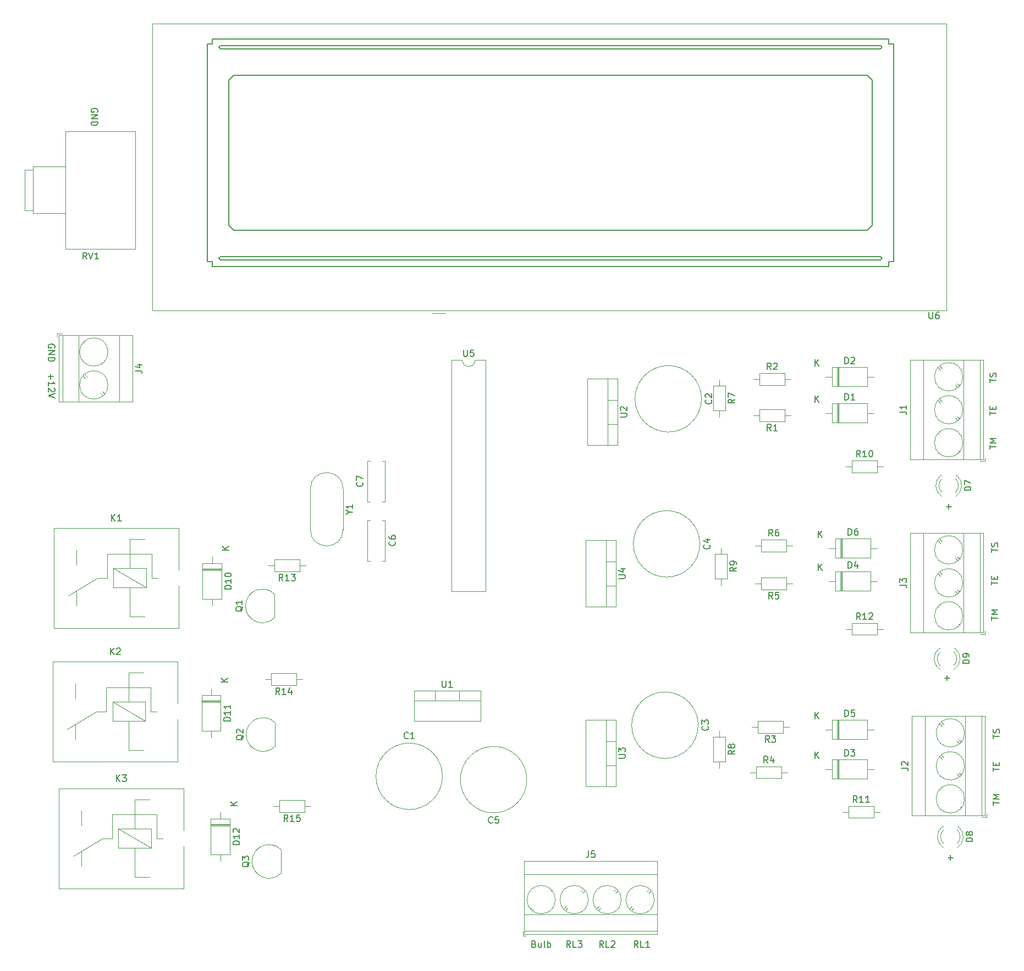
<source format=gbr>
%TF.GenerationSoftware,KiCad,Pcbnew,6.0.6-3a73a75311~116~ubuntu22.04.1*%
%TF.CreationDate,2022-09-10T11:22:28+05:30*%
%TF.ProjectId,ats,6174732e-6b69-4636-9164-5f7063625858,rev?*%
%TF.SameCoordinates,Original*%
%TF.FileFunction,Legend,Top*%
%TF.FilePolarity,Positive*%
%FSLAX46Y46*%
G04 Gerber Fmt 4.6, Leading zero omitted, Abs format (unit mm)*
G04 Created by KiCad (PCBNEW 6.0.6-3a73a75311~116~ubuntu22.04.1) date 2022-09-10 11:22:28*
%MOMM*%
%LPD*%
G01*
G04 APERTURE LIST*
%ADD10C,0.150000*%
%ADD11C,0.120000*%
G04 APERTURE END LIST*
D10*
X172680380Y-146653142D02*
X172680380Y-146081714D01*
X173680380Y-146367428D02*
X172680380Y-146367428D01*
X173680380Y-145748380D02*
X172680380Y-145748380D01*
X173394666Y-145415047D01*
X172680380Y-145081714D01*
X173680380Y-145081714D01*
X172680380Y-141454095D02*
X172680380Y-140882666D01*
X173680380Y-141168380D02*
X172680380Y-141168380D01*
X173156571Y-140549333D02*
X173156571Y-140216000D01*
X173680380Y-140073142D02*
X173680380Y-140549333D01*
X172680380Y-140549333D01*
X172680380Y-140073142D01*
X172680380Y-136397904D02*
X172680380Y-135826476D01*
X173680380Y-136112190D02*
X172680380Y-136112190D01*
X173632761Y-135540761D02*
X173680380Y-135397904D01*
X173680380Y-135159809D01*
X173632761Y-135064571D01*
X173585142Y-135016952D01*
X173489904Y-134969333D01*
X173394666Y-134969333D01*
X173299428Y-135016952D01*
X173251809Y-135064571D01*
X173204190Y-135159809D01*
X173156571Y-135350285D01*
X173108952Y-135445523D01*
X173061333Y-135493142D01*
X172966095Y-135540761D01*
X172870857Y-135540761D01*
X172775619Y-135493142D01*
X172728000Y-135445523D01*
X172680380Y-135350285D01*
X172680380Y-135112190D01*
X172728000Y-134969333D01*
X172426380Y-118205142D02*
X172426380Y-117633714D01*
X173426380Y-117919428D02*
X172426380Y-117919428D01*
X173426380Y-117300380D02*
X172426380Y-117300380D01*
X173140666Y-116967047D01*
X172426380Y-116633714D01*
X173426380Y-116633714D01*
X172426380Y-112752095D02*
X172426380Y-112180666D01*
X173426380Y-112466380D02*
X172426380Y-112466380D01*
X172902571Y-111847333D02*
X172902571Y-111514000D01*
X173426380Y-111371142D02*
X173426380Y-111847333D01*
X172426380Y-111847333D01*
X172426380Y-111371142D01*
X172426380Y-107695904D02*
X172426380Y-107124476D01*
X173426380Y-107410190D02*
X172426380Y-107410190D01*
X173378761Y-106838761D02*
X173426380Y-106695904D01*
X173426380Y-106457809D01*
X173378761Y-106362571D01*
X173331142Y-106314952D01*
X173235904Y-106267333D01*
X173140666Y-106267333D01*
X173045428Y-106314952D01*
X172997809Y-106362571D01*
X172950190Y-106457809D01*
X172902571Y-106648285D01*
X172854952Y-106743523D01*
X172807333Y-106791142D01*
X172712095Y-106838761D01*
X172616857Y-106838761D01*
X172521619Y-106791142D01*
X172474000Y-106743523D01*
X172426380Y-106648285D01*
X172426380Y-106410190D01*
X172474000Y-106267333D01*
X172172380Y-86590095D02*
X172172380Y-86018666D01*
X173172380Y-86304380D02*
X172172380Y-86304380D01*
X172648571Y-85685333D02*
X172648571Y-85352000D01*
X173172380Y-85209142D02*
X173172380Y-85685333D01*
X172172380Y-85685333D01*
X172172380Y-85209142D01*
X172172380Y-81533904D02*
X172172380Y-80962476D01*
X173172380Y-81248190D02*
X172172380Y-81248190D01*
X173124761Y-80676761D02*
X173172380Y-80533904D01*
X173172380Y-80295809D01*
X173124761Y-80200571D01*
X173077142Y-80152952D01*
X172981904Y-80105333D01*
X172886666Y-80105333D01*
X172791428Y-80152952D01*
X172743809Y-80200571D01*
X172696190Y-80295809D01*
X172648571Y-80486285D01*
X172600952Y-80581523D01*
X172553333Y-80629142D01*
X172458095Y-80676761D01*
X172362857Y-80676761D01*
X172267619Y-80629142D01*
X172220000Y-80581523D01*
X172172380Y-80486285D01*
X172172380Y-80248190D01*
X172220000Y-80105333D01*
X172172380Y-91789142D02*
X172172380Y-91217714D01*
X173172380Y-91503428D02*
X172172380Y-91503428D01*
X173172380Y-90884380D02*
X172172380Y-90884380D01*
X172886666Y-90551047D01*
X172172380Y-90217714D01*
X173172380Y-90217714D01*
X34790000Y-39878095D02*
X34837619Y-39782857D01*
X34837619Y-39640000D01*
X34790000Y-39497142D01*
X34694761Y-39401904D01*
X34599523Y-39354285D01*
X34409047Y-39306666D01*
X34266190Y-39306666D01*
X34075714Y-39354285D01*
X33980476Y-39401904D01*
X33885238Y-39497142D01*
X33837619Y-39640000D01*
X33837619Y-39735238D01*
X33885238Y-39878095D01*
X33932857Y-39925714D01*
X34266190Y-39925714D01*
X34266190Y-39735238D01*
X33837619Y-40354285D02*
X34837619Y-40354285D01*
X33837619Y-40925714D01*
X34837619Y-40925714D01*
X33837619Y-41401904D02*
X34837619Y-41401904D01*
X34837619Y-41640000D01*
X34790000Y-41782857D01*
X34694761Y-41878095D01*
X34599523Y-41925714D01*
X34409047Y-41973333D01*
X34266190Y-41973333D01*
X34075714Y-41925714D01*
X33980476Y-41878095D01*
X33885238Y-41782857D01*
X33837619Y-41640000D01*
X33837619Y-41401904D01*
X165481047Y-100655428D02*
X166242952Y-100655428D01*
X165862000Y-101036380D02*
X165862000Y-100274476D01*
X165227047Y-127071428D02*
X165988952Y-127071428D01*
X165608000Y-127452380D02*
X165608000Y-126690476D01*
X165735047Y-154757428D02*
X166496952Y-154757428D01*
X166116000Y-155138380D02*
X166116000Y-154376476D01*
X107632571Y-168600380D02*
X107299238Y-168124190D01*
X107061142Y-168600380D02*
X107061142Y-167600380D01*
X107442095Y-167600380D01*
X107537333Y-167648000D01*
X107584952Y-167695619D01*
X107632571Y-167790857D01*
X107632571Y-167933714D01*
X107584952Y-168028952D01*
X107537333Y-168076571D01*
X107442095Y-168124190D01*
X107061142Y-168124190D01*
X108537333Y-168600380D02*
X108061142Y-168600380D01*
X108061142Y-167600380D01*
X108775428Y-167600380D02*
X109394476Y-167600380D01*
X109061142Y-167981333D01*
X109204000Y-167981333D01*
X109299238Y-168028952D01*
X109346857Y-168076571D01*
X109394476Y-168171809D01*
X109394476Y-168409904D01*
X109346857Y-168505142D01*
X109299238Y-168552761D01*
X109204000Y-168600380D01*
X108918285Y-168600380D01*
X108823047Y-168552761D01*
X108775428Y-168505142D01*
X112712571Y-168600380D02*
X112379238Y-168124190D01*
X112141142Y-168600380D02*
X112141142Y-167600380D01*
X112522095Y-167600380D01*
X112617333Y-167648000D01*
X112664952Y-167695619D01*
X112712571Y-167790857D01*
X112712571Y-167933714D01*
X112664952Y-168028952D01*
X112617333Y-168076571D01*
X112522095Y-168124190D01*
X112141142Y-168124190D01*
X113617333Y-168600380D02*
X113141142Y-168600380D01*
X113141142Y-167600380D01*
X113903047Y-167695619D02*
X113950666Y-167648000D01*
X114045904Y-167600380D01*
X114284000Y-167600380D01*
X114379238Y-167648000D01*
X114426857Y-167695619D01*
X114474476Y-167790857D01*
X114474476Y-167886095D01*
X114426857Y-168028952D01*
X113855428Y-168600380D01*
X114474476Y-168600380D01*
X118046571Y-168600380D02*
X117713238Y-168124190D01*
X117475142Y-168600380D02*
X117475142Y-167600380D01*
X117856095Y-167600380D01*
X117951333Y-167648000D01*
X117998952Y-167695619D01*
X118046571Y-167790857D01*
X118046571Y-167933714D01*
X117998952Y-168028952D01*
X117951333Y-168076571D01*
X117856095Y-168124190D01*
X117475142Y-168124190D01*
X118951333Y-168600380D02*
X118475142Y-168600380D01*
X118475142Y-167600380D01*
X119808476Y-168600380D02*
X119237047Y-168600380D01*
X119522761Y-168600380D02*
X119522761Y-167600380D01*
X119427523Y-167743238D01*
X119332285Y-167838476D01*
X119237047Y-167886095D01*
X102028761Y-168076571D02*
X102171619Y-168124190D01*
X102219238Y-168171809D01*
X102266857Y-168267047D01*
X102266857Y-168409904D01*
X102219238Y-168505142D01*
X102171619Y-168552761D01*
X102076380Y-168600380D01*
X101695428Y-168600380D01*
X101695428Y-167600380D01*
X102028761Y-167600380D01*
X102124000Y-167648000D01*
X102171619Y-167695619D01*
X102219238Y-167790857D01*
X102219238Y-167886095D01*
X102171619Y-167981333D01*
X102124000Y-168028952D01*
X102028761Y-168076571D01*
X101695428Y-168076571D01*
X103124000Y-167933714D02*
X103124000Y-168600380D01*
X102695428Y-167933714D02*
X102695428Y-168457523D01*
X102743047Y-168552761D01*
X102838285Y-168600380D01*
X102981142Y-168600380D01*
X103076380Y-168552761D01*
X103124000Y-168505142D01*
X103743047Y-168600380D02*
X103647809Y-168552761D01*
X103600190Y-168457523D01*
X103600190Y-167600380D01*
X104124000Y-168600380D02*
X104124000Y-167600380D01*
X104124000Y-167981333D02*
X104219238Y-167933714D01*
X104409714Y-167933714D01*
X104504952Y-167981333D01*
X104552571Y-168028952D01*
X104600190Y-168124190D01*
X104600190Y-168409904D01*
X104552571Y-168505142D01*
X104504952Y-168552761D01*
X104409714Y-168600380D01*
X104219238Y-168600380D01*
X104124000Y-168552761D01*
X28186000Y-76200095D02*
X28233619Y-76104857D01*
X28233619Y-75962000D01*
X28186000Y-75819142D01*
X28090761Y-75723904D01*
X27995523Y-75676285D01*
X27805047Y-75628666D01*
X27662190Y-75628666D01*
X27471714Y-75676285D01*
X27376476Y-75723904D01*
X27281238Y-75819142D01*
X27233619Y-75962000D01*
X27233619Y-76057238D01*
X27281238Y-76200095D01*
X27328857Y-76247714D01*
X27662190Y-76247714D01*
X27662190Y-76057238D01*
X27233619Y-76676285D02*
X28233619Y-76676285D01*
X27233619Y-77247714D01*
X28233619Y-77247714D01*
X27233619Y-77723904D02*
X28233619Y-77723904D01*
X28233619Y-77962000D01*
X28186000Y-78104857D01*
X28090761Y-78200095D01*
X27995523Y-78247714D01*
X27805047Y-78295333D01*
X27662190Y-78295333D01*
X27471714Y-78247714D01*
X27376476Y-78200095D01*
X27281238Y-78104857D01*
X27233619Y-77962000D01*
X27233619Y-77723904D01*
X27614571Y-80280095D02*
X27614571Y-81042000D01*
X27233619Y-80661047D02*
X27995523Y-80661047D01*
X27233619Y-82042000D02*
X27233619Y-81470571D01*
X27233619Y-81756285D02*
X28233619Y-81756285D01*
X28090761Y-81661047D01*
X27995523Y-81565809D01*
X27947904Y-81470571D01*
X28138380Y-82422952D02*
X28186000Y-82470571D01*
X28233619Y-82565809D01*
X28233619Y-82803904D01*
X28186000Y-82899142D01*
X28138380Y-82946761D01*
X28043142Y-82994380D01*
X27947904Y-82994380D01*
X27805047Y-82946761D01*
X27233619Y-82375333D01*
X27233619Y-82994380D01*
X28233619Y-83280095D02*
X27233619Y-83613428D01*
X28233619Y-83946761D01*
%TO.C,RV1*%
X33186761Y-62552380D02*
X32853428Y-62076190D01*
X32615333Y-62552380D02*
X32615333Y-61552380D01*
X32996285Y-61552380D01*
X33091523Y-61600000D01*
X33139142Y-61647619D01*
X33186761Y-61742857D01*
X33186761Y-61885714D01*
X33139142Y-61980952D01*
X33091523Y-62028571D01*
X32996285Y-62076190D01*
X32615333Y-62076190D01*
X33472476Y-61552380D02*
X33805809Y-62552380D01*
X34139142Y-61552380D01*
X34996285Y-62552380D02*
X34424857Y-62552380D01*
X34710571Y-62552380D02*
X34710571Y-61552380D01*
X34615333Y-61695238D01*
X34520095Y-61790476D01*
X34424857Y-61838095D01*
%TO.C,Q3*%
X58201619Y-155453238D02*
X58154000Y-155548476D01*
X58058761Y-155643714D01*
X57915904Y-155786571D01*
X57868285Y-155881809D01*
X57868285Y-155977047D01*
X58106380Y-155929428D02*
X58058761Y-156024666D01*
X57963523Y-156119904D01*
X57773047Y-156167523D01*
X57439714Y-156167523D01*
X57249238Y-156119904D01*
X57154000Y-156024666D01*
X57106380Y-155929428D01*
X57106380Y-155738952D01*
X57154000Y-155643714D01*
X57249238Y-155548476D01*
X57439714Y-155500857D01*
X57773047Y-155500857D01*
X57963523Y-155548476D01*
X58058761Y-155643714D01*
X58106380Y-155738952D01*
X58106380Y-155929428D01*
X57106380Y-155167523D02*
X57106380Y-154548476D01*
X57487333Y-154881809D01*
X57487333Y-154738952D01*
X57534952Y-154643714D01*
X57582571Y-154596095D01*
X57677809Y-154548476D01*
X57915904Y-154548476D01*
X58011142Y-154596095D01*
X58058761Y-154643714D01*
X58106380Y-154738952D01*
X58106380Y-155024666D01*
X58058761Y-155119904D01*
X58011142Y-155167523D01*
%TO.C,Y1*%
X73605190Y-101568190D02*
X74081380Y-101568190D01*
X73081380Y-101901523D02*
X73605190Y-101568190D01*
X73081380Y-101234857D01*
X74081380Y-100377714D02*
X74081380Y-100949142D01*
X74081380Y-100663428D02*
X73081380Y-100663428D01*
X73224238Y-100758666D01*
X73319476Y-100853904D01*
X73367095Y-100949142D01*
%TO.C,K3*%
X37713904Y-143054380D02*
X37713904Y-142054380D01*
X38285333Y-143054380D02*
X37856761Y-142482952D01*
X38285333Y-142054380D02*
X37713904Y-142625809D01*
X38618666Y-142054380D02*
X39237714Y-142054380D01*
X38904380Y-142435333D01*
X39047238Y-142435333D01*
X39142476Y-142482952D01*
X39190095Y-142530571D01*
X39237714Y-142625809D01*
X39237714Y-142863904D01*
X39190095Y-142959142D01*
X39142476Y-143006761D01*
X39047238Y-143054380D01*
X38761523Y-143054380D01*
X38666285Y-143006761D01*
X38618666Y-142959142D01*
%TO.C,U3*%
X115045380Y-139445904D02*
X115854904Y-139445904D01*
X115950142Y-139398285D01*
X115997761Y-139350666D01*
X116045380Y-139255428D01*
X116045380Y-139064952D01*
X115997761Y-138969714D01*
X115950142Y-138922095D01*
X115854904Y-138874476D01*
X115045380Y-138874476D01*
X115045380Y-138493523D02*
X115045380Y-137874476D01*
X115426333Y-138207809D01*
X115426333Y-138064952D01*
X115473952Y-137969714D01*
X115521571Y-137922095D01*
X115616809Y-137874476D01*
X115854904Y-137874476D01*
X115950142Y-137922095D01*
X115997761Y-137969714D01*
X116045380Y-138064952D01*
X116045380Y-138350666D01*
X115997761Y-138445904D01*
X115950142Y-138493523D01*
%TO.C,Q1*%
X57185619Y-116083238D02*
X57138000Y-116178476D01*
X57042761Y-116273714D01*
X56899904Y-116416571D01*
X56852285Y-116511809D01*
X56852285Y-116607047D01*
X57090380Y-116559428D02*
X57042761Y-116654666D01*
X56947523Y-116749904D01*
X56757047Y-116797523D01*
X56423714Y-116797523D01*
X56233238Y-116749904D01*
X56138000Y-116654666D01*
X56090380Y-116559428D01*
X56090380Y-116368952D01*
X56138000Y-116273714D01*
X56233238Y-116178476D01*
X56423714Y-116130857D01*
X56757047Y-116130857D01*
X56947523Y-116178476D01*
X57042761Y-116273714D01*
X57090380Y-116368952D01*
X57090380Y-116559428D01*
X57090380Y-115178476D02*
X57090380Y-115749904D01*
X57090380Y-115464190D02*
X56090380Y-115464190D01*
X56233238Y-115559428D01*
X56328476Y-115654666D01*
X56376095Y-115749904D01*
%TO.C,U5*%
X91196095Y-76544380D02*
X91196095Y-77353904D01*
X91243714Y-77449142D01*
X91291333Y-77496761D01*
X91386571Y-77544380D01*
X91577047Y-77544380D01*
X91672285Y-77496761D01*
X91719904Y-77449142D01*
X91767523Y-77353904D01*
X91767523Y-76544380D01*
X92719904Y-76544380D02*
X92243714Y-76544380D01*
X92196095Y-77020571D01*
X92243714Y-76972952D01*
X92338952Y-76925333D01*
X92577047Y-76925333D01*
X92672285Y-76972952D01*
X92719904Y-77020571D01*
X92767523Y-77115809D01*
X92767523Y-77353904D01*
X92719904Y-77449142D01*
X92672285Y-77496761D01*
X92577047Y-77544380D01*
X92338952Y-77544380D01*
X92243714Y-77496761D01*
X92196095Y-77449142D01*
%TO.C,D10*%
X55394380Y-113392285D02*
X54394380Y-113392285D01*
X54394380Y-113154190D01*
X54442000Y-113011333D01*
X54537238Y-112916095D01*
X54632476Y-112868476D01*
X54822952Y-112820857D01*
X54965809Y-112820857D01*
X55156285Y-112868476D01*
X55251523Y-112916095D01*
X55346761Y-113011333D01*
X55394380Y-113154190D01*
X55394380Y-113392285D01*
X55394380Y-111868476D02*
X55394380Y-112439904D01*
X55394380Y-112154190D02*
X54394380Y-112154190D01*
X54537238Y-112249428D01*
X54632476Y-112344666D01*
X54680095Y-112439904D01*
X54394380Y-111249428D02*
X54394380Y-111154190D01*
X54442000Y-111058952D01*
X54489619Y-111011333D01*
X54584857Y-110963714D01*
X54775333Y-110916095D01*
X55013428Y-110916095D01*
X55203904Y-110963714D01*
X55299142Y-111011333D01*
X55346761Y-111058952D01*
X55394380Y-111154190D01*
X55394380Y-111249428D01*
X55346761Y-111344666D01*
X55299142Y-111392285D01*
X55203904Y-111439904D01*
X55013428Y-111487523D01*
X54775333Y-111487523D01*
X54584857Y-111439904D01*
X54489619Y-111392285D01*
X54442000Y-111344666D01*
X54394380Y-111249428D01*
X55024380Y-107359904D02*
X54024380Y-107359904D01*
X55024380Y-106788476D02*
X54452952Y-107217047D01*
X54024380Y-106788476D02*
X54595809Y-107359904D01*
%TO.C,R7*%
X132928380Y-84150666D02*
X132452190Y-84484000D01*
X132928380Y-84722095D02*
X131928380Y-84722095D01*
X131928380Y-84341142D01*
X131976000Y-84245904D01*
X132023619Y-84198285D01*
X132118857Y-84150666D01*
X132261714Y-84150666D01*
X132356952Y-84198285D01*
X132404571Y-84245904D01*
X132452190Y-84341142D01*
X132452190Y-84722095D01*
X131928380Y-83817333D02*
X131928380Y-83150666D01*
X132928380Y-83579238D01*
%TO.C,C2*%
X129289142Y-84240666D02*
X129336761Y-84288285D01*
X129384380Y-84431142D01*
X129384380Y-84526380D01*
X129336761Y-84669238D01*
X129241523Y-84764476D01*
X129146285Y-84812095D01*
X128955809Y-84859714D01*
X128812952Y-84859714D01*
X128622476Y-84812095D01*
X128527238Y-84764476D01*
X128432000Y-84669238D01*
X128384380Y-84526380D01*
X128384380Y-84431142D01*
X128432000Y-84288285D01*
X128479619Y-84240666D01*
X128479619Y-83859714D02*
X128432000Y-83812095D01*
X128384380Y-83716857D01*
X128384380Y-83478761D01*
X128432000Y-83383523D01*
X128479619Y-83335904D01*
X128574857Y-83288285D01*
X128670095Y-83288285D01*
X128812952Y-83335904D01*
X129384380Y-83907333D01*
X129384380Y-83288285D01*
%TO.C,R1*%
X138517333Y-88986380D02*
X138184000Y-88510190D01*
X137945904Y-88986380D02*
X137945904Y-87986380D01*
X138326857Y-87986380D01*
X138422095Y-88034000D01*
X138469714Y-88081619D01*
X138517333Y-88176857D01*
X138517333Y-88319714D01*
X138469714Y-88414952D01*
X138422095Y-88462571D01*
X138326857Y-88510190D01*
X137945904Y-88510190D01*
X139469714Y-88986380D02*
X138898285Y-88986380D01*
X139184000Y-88986380D02*
X139184000Y-87986380D01*
X139088761Y-88129238D01*
X138993523Y-88224476D01*
X138898285Y-88272095D01*
%TO.C,R10*%
X152265142Y-93020380D02*
X151931809Y-92544190D01*
X151693714Y-93020380D02*
X151693714Y-92020380D01*
X152074666Y-92020380D01*
X152169904Y-92068000D01*
X152217523Y-92115619D01*
X152265142Y-92210857D01*
X152265142Y-92353714D01*
X152217523Y-92448952D01*
X152169904Y-92496571D01*
X152074666Y-92544190D01*
X151693714Y-92544190D01*
X153217523Y-93020380D02*
X152646095Y-93020380D01*
X152931809Y-93020380D02*
X152931809Y-92020380D01*
X152836571Y-92163238D01*
X152741333Y-92258476D01*
X152646095Y-92306095D01*
X153836571Y-92020380D02*
X153931809Y-92020380D01*
X154027047Y-92068000D01*
X154074666Y-92115619D01*
X154122285Y-92210857D01*
X154169904Y-92401333D01*
X154169904Y-92639428D01*
X154122285Y-92829904D01*
X154074666Y-92925142D01*
X154027047Y-92972761D01*
X153931809Y-93020380D01*
X153836571Y-93020380D01*
X153741333Y-92972761D01*
X153693714Y-92925142D01*
X153646095Y-92829904D01*
X153598476Y-92639428D01*
X153598476Y-92401333D01*
X153646095Y-92210857D01*
X153693714Y-92115619D01*
X153741333Y-92068000D01*
X153836571Y-92020380D01*
%TO.C,D11*%
X55246380Y-133712285D02*
X54246380Y-133712285D01*
X54246380Y-133474190D01*
X54294000Y-133331333D01*
X54389238Y-133236095D01*
X54484476Y-133188476D01*
X54674952Y-133140857D01*
X54817809Y-133140857D01*
X55008285Y-133188476D01*
X55103523Y-133236095D01*
X55198761Y-133331333D01*
X55246380Y-133474190D01*
X55246380Y-133712285D01*
X55246380Y-132188476D02*
X55246380Y-132759904D01*
X55246380Y-132474190D02*
X54246380Y-132474190D01*
X54389238Y-132569428D01*
X54484476Y-132664666D01*
X54532095Y-132759904D01*
X55246380Y-131236095D02*
X55246380Y-131807523D01*
X55246380Y-131521809D02*
X54246380Y-131521809D01*
X54389238Y-131617047D01*
X54484476Y-131712285D01*
X54532095Y-131807523D01*
X54876380Y-127679904D02*
X53876380Y-127679904D01*
X54876380Y-127108476D02*
X54304952Y-127537047D01*
X53876380Y-127108476D02*
X54447809Y-127679904D01*
%TO.C,C6*%
X80581142Y-106084666D02*
X80628761Y-106132285D01*
X80676380Y-106275142D01*
X80676380Y-106370380D01*
X80628761Y-106513238D01*
X80533523Y-106608476D01*
X80438285Y-106656095D01*
X80247809Y-106703714D01*
X80104952Y-106703714D01*
X79914476Y-106656095D01*
X79819238Y-106608476D01*
X79724000Y-106513238D01*
X79676380Y-106370380D01*
X79676380Y-106275142D01*
X79724000Y-106132285D01*
X79771619Y-106084666D01*
X79676380Y-105227523D02*
X79676380Y-105418000D01*
X79724000Y-105513238D01*
X79771619Y-105560857D01*
X79914476Y-105656095D01*
X80104952Y-105703714D01*
X80485904Y-105703714D01*
X80581142Y-105656095D01*
X80628761Y-105608476D01*
X80676380Y-105513238D01*
X80676380Y-105322761D01*
X80628761Y-105227523D01*
X80581142Y-105179904D01*
X80485904Y-105132285D01*
X80247809Y-105132285D01*
X80152571Y-105179904D01*
X80104952Y-105227523D01*
X80057333Y-105322761D01*
X80057333Y-105513238D01*
X80104952Y-105608476D01*
X80152571Y-105656095D01*
X80247809Y-105703714D01*
%TO.C,R4*%
X138009333Y-140174380D02*
X137676000Y-139698190D01*
X137437904Y-140174380D02*
X137437904Y-139174380D01*
X137818857Y-139174380D01*
X137914095Y-139222000D01*
X137961714Y-139269619D01*
X138009333Y-139364857D01*
X138009333Y-139507714D01*
X137961714Y-139602952D01*
X137914095Y-139650571D01*
X137818857Y-139698190D01*
X137437904Y-139698190D01*
X138866476Y-139507714D02*
X138866476Y-140174380D01*
X138628380Y-139126761D02*
X138390285Y-139841047D01*
X139009333Y-139841047D01*
%TO.C,C3*%
X128781142Y-134532666D02*
X128828761Y-134580285D01*
X128876380Y-134723142D01*
X128876380Y-134818380D01*
X128828761Y-134961238D01*
X128733523Y-135056476D01*
X128638285Y-135104095D01*
X128447809Y-135151714D01*
X128304952Y-135151714D01*
X128114476Y-135104095D01*
X128019238Y-135056476D01*
X127924000Y-134961238D01*
X127876380Y-134818380D01*
X127876380Y-134723142D01*
X127924000Y-134580285D01*
X127971619Y-134532666D01*
X127876380Y-134199333D02*
X127876380Y-133580285D01*
X128257333Y-133913619D01*
X128257333Y-133770761D01*
X128304952Y-133675523D01*
X128352571Y-133627904D01*
X128447809Y-133580285D01*
X128685904Y-133580285D01*
X128781142Y-133627904D01*
X128828761Y-133675523D01*
X128876380Y-133770761D01*
X128876380Y-134056476D01*
X128828761Y-134151714D01*
X128781142Y-134199333D01*
%TO.C,R8*%
X132928380Y-138252666D02*
X132452190Y-138586000D01*
X132928380Y-138824095D02*
X131928380Y-138824095D01*
X131928380Y-138443142D01*
X131976000Y-138347904D01*
X132023619Y-138300285D01*
X132118857Y-138252666D01*
X132261714Y-138252666D01*
X132356952Y-138300285D01*
X132404571Y-138347904D01*
X132452190Y-138443142D01*
X132452190Y-138824095D01*
X132356952Y-137681238D02*
X132309333Y-137776476D01*
X132261714Y-137824095D01*
X132166476Y-137871714D01*
X132118857Y-137871714D01*
X132023619Y-137824095D01*
X131976000Y-137776476D01*
X131928380Y-137681238D01*
X131928380Y-137490761D01*
X131976000Y-137395523D01*
X132023619Y-137347904D01*
X132118857Y-137300285D01*
X132166476Y-137300285D01*
X132261714Y-137347904D01*
X132309333Y-137395523D01*
X132356952Y-137490761D01*
X132356952Y-137681238D01*
X132404571Y-137776476D01*
X132452190Y-137824095D01*
X132547428Y-137871714D01*
X132737904Y-137871714D01*
X132833142Y-137824095D01*
X132880761Y-137776476D01*
X132928380Y-137681238D01*
X132928380Y-137490761D01*
X132880761Y-137395523D01*
X132833142Y-137347904D01*
X132737904Y-137300285D01*
X132547428Y-137300285D01*
X132452190Y-137347904D01*
X132404571Y-137395523D01*
X132356952Y-137490761D01*
%TO.C,J5*%
X110410666Y-153738380D02*
X110410666Y-154452666D01*
X110363047Y-154595523D01*
X110267809Y-154690761D01*
X110124952Y-154738380D01*
X110029714Y-154738380D01*
X111363047Y-153738380D02*
X110886857Y-153738380D01*
X110839238Y-154214571D01*
X110886857Y-154166952D01*
X110982095Y-154119333D01*
X111220190Y-154119333D01*
X111315428Y-154166952D01*
X111363047Y-154214571D01*
X111410666Y-154309809D01*
X111410666Y-154547904D01*
X111363047Y-154643142D01*
X111315428Y-154690761D01*
X111220190Y-154738380D01*
X110982095Y-154738380D01*
X110886857Y-154690761D01*
X110839238Y-154643142D01*
%TO.C,R3*%
X138263333Y-136992380D02*
X137930000Y-136516190D01*
X137691904Y-136992380D02*
X137691904Y-135992380D01*
X138072857Y-135992380D01*
X138168095Y-136040000D01*
X138215714Y-136087619D01*
X138263333Y-136182857D01*
X138263333Y-136325714D01*
X138215714Y-136420952D01*
X138168095Y-136468571D01*
X138072857Y-136516190D01*
X137691904Y-136516190D01*
X138596666Y-135992380D02*
X139215714Y-135992380D01*
X138882380Y-136373333D01*
X139025238Y-136373333D01*
X139120476Y-136420952D01*
X139168095Y-136468571D01*
X139215714Y-136563809D01*
X139215714Y-136801904D01*
X139168095Y-136897142D01*
X139120476Y-136944761D01*
X139025238Y-136992380D01*
X138739523Y-136992380D01*
X138644285Y-136944761D01*
X138596666Y-136897142D01*
%TO.C,R12*%
X152265142Y-118076380D02*
X151931809Y-117600190D01*
X151693714Y-118076380D02*
X151693714Y-117076380D01*
X152074666Y-117076380D01*
X152169904Y-117124000D01*
X152217523Y-117171619D01*
X152265142Y-117266857D01*
X152265142Y-117409714D01*
X152217523Y-117504952D01*
X152169904Y-117552571D01*
X152074666Y-117600190D01*
X151693714Y-117600190D01*
X153217523Y-118076380D02*
X152646095Y-118076380D01*
X152931809Y-118076380D02*
X152931809Y-117076380D01*
X152836571Y-117219238D01*
X152741333Y-117314476D01*
X152646095Y-117362095D01*
X153598476Y-117171619D02*
X153646095Y-117124000D01*
X153741333Y-117076380D01*
X153979428Y-117076380D01*
X154074666Y-117124000D01*
X154122285Y-117171619D01*
X154169904Y-117266857D01*
X154169904Y-117362095D01*
X154122285Y-117504952D01*
X153550857Y-118076380D01*
X154169904Y-118076380D01*
%TO.C,D6*%
X150391904Y-105080380D02*
X150391904Y-104080380D01*
X150630000Y-104080380D01*
X150772857Y-104128000D01*
X150868095Y-104223238D01*
X150915714Y-104318476D01*
X150963333Y-104508952D01*
X150963333Y-104651809D01*
X150915714Y-104842285D01*
X150868095Y-104937523D01*
X150772857Y-105032761D01*
X150630000Y-105080380D01*
X150391904Y-105080380D01*
X151820476Y-104080380D02*
X151630000Y-104080380D01*
X151534761Y-104128000D01*
X151487142Y-104175619D01*
X151391904Y-104318476D01*
X151344285Y-104508952D01*
X151344285Y-104889904D01*
X151391904Y-104985142D01*
X151439523Y-105032761D01*
X151534761Y-105080380D01*
X151725238Y-105080380D01*
X151820476Y-105032761D01*
X151868095Y-104985142D01*
X151915714Y-104889904D01*
X151915714Y-104651809D01*
X151868095Y-104556571D01*
X151820476Y-104508952D01*
X151725238Y-104461333D01*
X151534761Y-104461333D01*
X151439523Y-104508952D01*
X151391904Y-104556571D01*
X151344285Y-104651809D01*
X145788095Y-105450380D02*
X145788095Y-104450380D01*
X146359523Y-105450380D02*
X145930952Y-104878952D01*
X146359523Y-104450380D02*
X145788095Y-105021809D01*
%TO.C,Q2*%
X57291619Y-135895238D02*
X57244000Y-135990476D01*
X57148761Y-136085714D01*
X57005904Y-136228571D01*
X56958285Y-136323809D01*
X56958285Y-136419047D01*
X57196380Y-136371428D02*
X57148761Y-136466666D01*
X57053523Y-136561904D01*
X56863047Y-136609523D01*
X56529714Y-136609523D01*
X56339238Y-136561904D01*
X56244000Y-136466666D01*
X56196380Y-136371428D01*
X56196380Y-136180952D01*
X56244000Y-136085714D01*
X56339238Y-135990476D01*
X56529714Y-135942857D01*
X56863047Y-135942857D01*
X57053523Y-135990476D01*
X57148761Y-136085714D01*
X57196380Y-136180952D01*
X57196380Y-136371428D01*
X56291619Y-135561904D02*
X56244000Y-135514285D01*
X56196380Y-135419047D01*
X56196380Y-135180952D01*
X56244000Y-135085714D01*
X56291619Y-135038095D01*
X56386857Y-134990476D01*
X56482095Y-134990476D01*
X56624952Y-135038095D01*
X57196380Y-135609523D01*
X57196380Y-134990476D01*
%TO.C,U6*%
X162842095Y-70733880D02*
X162842095Y-71543404D01*
X162889714Y-71638642D01*
X162937333Y-71686261D01*
X163032571Y-71733880D01*
X163223047Y-71733880D01*
X163318285Y-71686261D01*
X163365904Y-71638642D01*
X163413523Y-71543404D01*
X163413523Y-70733880D01*
X164318285Y-70733880D02*
X164127809Y-70733880D01*
X164032571Y-70781500D01*
X163984952Y-70829119D01*
X163889714Y-70971976D01*
X163842095Y-71162452D01*
X163842095Y-71543404D01*
X163889714Y-71638642D01*
X163937333Y-71686261D01*
X164032571Y-71733880D01*
X164223047Y-71733880D01*
X164318285Y-71686261D01*
X164365904Y-71638642D01*
X164413523Y-71543404D01*
X164413523Y-71305309D01*
X164365904Y-71210071D01*
X164318285Y-71162452D01*
X164223047Y-71114833D01*
X164032571Y-71114833D01*
X163937333Y-71162452D01*
X163889714Y-71210071D01*
X163842095Y-71305309D01*
%TO.C,R13*%
X63365142Y-112100380D02*
X63031809Y-111624190D01*
X62793714Y-112100380D02*
X62793714Y-111100380D01*
X63174666Y-111100380D01*
X63269904Y-111148000D01*
X63317523Y-111195619D01*
X63365142Y-111290857D01*
X63365142Y-111433714D01*
X63317523Y-111528952D01*
X63269904Y-111576571D01*
X63174666Y-111624190D01*
X62793714Y-111624190D01*
X64317523Y-112100380D02*
X63746095Y-112100380D01*
X64031809Y-112100380D02*
X64031809Y-111100380D01*
X63936571Y-111243238D01*
X63841333Y-111338476D01*
X63746095Y-111386095D01*
X64650857Y-111100380D02*
X65269904Y-111100380D01*
X64936571Y-111481333D01*
X65079428Y-111481333D01*
X65174666Y-111528952D01*
X65222285Y-111576571D01*
X65269904Y-111671809D01*
X65269904Y-111909904D01*
X65222285Y-112005142D01*
X65174666Y-112052761D01*
X65079428Y-112100380D01*
X64793714Y-112100380D01*
X64698476Y-112052761D01*
X64650857Y-112005142D01*
%TO.C,D7*%
X169274380Y-98179095D02*
X168274380Y-98179095D01*
X168274380Y-97941000D01*
X168322000Y-97798142D01*
X168417238Y-97702904D01*
X168512476Y-97655285D01*
X168702952Y-97607666D01*
X168845809Y-97607666D01*
X169036285Y-97655285D01*
X169131523Y-97702904D01*
X169226761Y-97798142D01*
X169274380Y-97941000D01*
X169274380Y-98179095D01*
X168274380Y-97274333D02*
X168274380Y-96607666D01*
X169274380Y-97036238D01*
%TO.C,K1*%
X36951904Y-102922380D02*
X36951904Y-101922380D01*
X37523333Y-102922380D02*
X37094761Y-102350952D01*
X37523333Y-101922380D02*
X36951904Y-102493809D01*
X38475714Y-102922380D02*
X37904285Y-102922380D01*
X38190000Y-102922380D02*
X38190000Y-101922380D01*
X38094761Y-102065238D01*
X37999523Y-102160476D01*
X37904285Y-102208095D01*
%TO.C,C4*%
X129035142Y-106592666D02*
X129082761Y-106640285D01*
X129130380Y-106783142D01*
X129130380Y-106878380D01*
X129082761Y-107021238D01*
X128987523Y-107116476D01*
X128892285Y-107164095D01*
X128701809Y-107211714D01*
X128558952Y-107211714D01*
X128368476Y-107164095D01*
X128273238Y-107116476D01*
X128178000Y-107021238D01*
X128130380Y-106878380D01*
X128130380Y-106783142D01*
X128178000Y-106640285D01*
X128225619Y-106592666D01*
X128463714Y-105735523D02*
X129130380Y-105735523D01*
X128082761Y-105973619D02*
X128797047Y-106211714D01*
X128797047Y-105592666D01*
%TO.C,D5*%
X149883904Y-133020380D02*
X149883904Y-132020380D01*
X150122000Y-132020380D01*
X150264857Y-132068000D01*
X150360095Y-132163238D01*
X150407714Y-132258476D01*
X150455333Y-132448952D01*
X150455333Y-132591809D01*
X150407714Y-132782285D01*
X150360095Y-132877523D01*
X150264857Y-132972761D01*
X150122000Y-133020380D01*
X149883904Y-133020380D01*
X151360095Y-132020380D02*
X150883904Y-132020380D01*
X150836285Y-132496571D01*
X150883904Y-132448952D01*
X150979142Y-132401333D01*
X151217238Y-132401333D01*
X151312476Y-132448952D01*
X151360095Y-132496571D01*
X151407714Y-132591809D01*
X151407714Y-132829904D01*
X151360095Y-132925142D01*
X151312476Y-132972761D01*
X151217238Y-133020380D01*
X150979142Y-133020380D01*
X150883904Y-132972761D01*
X150836285Y-132925142D01*
X145280095Y-133390380D02*
X145280095Y-132390380D01*
X145851523Y-133390380D02*
X145422952Y-132818952D01*
X145851523Y-132390380D02*
X145280095Y-132961809D01*
%TO.C,C1*%
X82637333Y-136347142D02*
X82589714Y-136394761D01*
X82446857Y-136442380D01*
X82351619Y-136442380D01*
X82208761Y-136394761D01*
X82113523Y-136299523D01*
X82065904Y-136204285D01*
X82018285Y-136013809D01*
X82018285Y-135870952D01*
X82065904Y-135680476D01*
X82113523Y-135585238D01*
X82208761Y-135490000D01*
X82351619Y-135442380D01*
X82446857Y-135442380D01*
X82589714Y-135490000D01*
X82637333Y-135537619D01*
X83589714Y-136442380D02*
X83018285Y-136442380D01*
X83304000Y-136442380D02*
X83304000Y-135442380D01*
X83208761Y-135585238D01*
X83113523Y-135680476D01*
X83018285Y-135728095D01*
%TO.C,R6*%
X138771333Y-105212380D02*
X138438000Y-104736190D01*
X138199904Y-105212380D02*
X138199904Y-104212380D01*
X138580857Y-104212380D01*
X138676095Y-104260000D01*
X138723714Y-104307619D01*
X138771333Y-104402857D01*
X138771333Y-104545714D01*
X138723714Y-104640952D01*
X138676095Y-104688571D01*
X138580857Y-104736190D01*
X138199904Y-104736190D01*
X139628476Y-104212380D02*
X139438000Y-104212380D01*
X139342761Y-104260000D01*
X139295142Y-104307619D01*
X139199904Y-104450476D01*
X139152285Y-104640952D01*
X139152285Y-105021904D01*
X139199904Y-105117142D01*
X139247523Y-105164761D01*
X139342761Y-105212380D01*
X139533238Y-105212380D01*
X139628476Y-105164761D01*
X139676095Y-105117142D01*
X139723714Y-105021904D01*
X139723714Y-104783809D01*
X139676095Y-104688571D01*
X139628476Y-104640952D01*
X139533238Y-104593333D01*
X139342761Y-104593333D01*
X139247523Y-104640952D01*
X139199904Y-104688571D01*
X139152285Y-104783809D01*
%TO.C,U1*%
X87884095Y-127516380D02*
X87884095Y-128325904D01*
X87931714Y-128421142D01*
X87979333Y-128468761D01*
X88074571Y-128516380D01*
X88265047Y-128516380D01*
X88360285Y-128468761D01*
X88407904Y-128421142D01*
X88455523Y-128325904D01*
X88455523Y-127516380D01*
X89455523Y-128516380D02*
X88884095Y-128516380D01*
X89169809Y-128516380D02*
X89169809Y-127516380D01*
X89074571Y-127659238D01*
X88979333Y-127754476D01*
X88884095Y-127802095D01*
%TO.C,U4*%
X115045380Y-111759904D02*
X115854904Y-111759904D01*
X115950142Y-111712285D01*
X115997761Y-111664666D01*
X116045380Y-111569428D01*
X116045380Y-111378952D01*
X115997761Y-111283714D01*
X115950142Y-111236095D01*
X115854904Y-111188476D01*
X115045380Y-111188476D01*
X115378714Y-110283714D02*
X116045380Y-110283714D01*
X114997761Y-110521809D02*
X115712047Y-110759904D01*
X115712047Y-110140857D01*
%TO.C,D3*%
X149883904Y-139116380D02*
X149883904Y-138116380D01*
X150122000Y-138116380D01*
X150264857Y-138164000D01*
X150360095Y-138259238D01*
X150407714Y-138354476D01*
X150455333Y-138544952D01*
X150455333Y-138687809D01*
X150407714Y-138878285D01*
X150360095Y-138973523D01*
X150264857Y-139068761D01*
X150122000Y-139116380D01*
X149883904Y-139116380D01*
X150788666Y-138116380D02*
X151407714Y-138116380D01*
X151074380Y-138497333D01*
X151217238Y-138497333D01*
X151312476Y-138544952D01*
X151360095Y-138592571D01*
X151407714Y-138687809D01*
X151407714Y-138925904D01*
X151360095Y-139021142D01*
X151312476Y-139068761D01*
X151217238Y-139116380D01*
X150931523Y-139116380D01*
X150836285Y-139068761D01*
X150788666Y-139021142D01*
X145280095Y-139486380D02*
X145280095Y-138486380D01*
X145851523Y-139486380D02*
X145422952Y-138914952D01*
X145851523Y-138486380D02*
X145280095Y-139057809D01*
%TO.C,J3*%
X158354380Y-112765333D02*
X159068666Y-112765333D01*
X159211523Y-112812952D01*
X159306761Y-112908190D01*
X159354380Y-113051047D01*
X159354380Y-113146285D01*
X158354380Y-112384380D02*
X158354380Y-111765333D01*
X158735333Y-112098666D01*
X158735333Y-111955809D01*
X158782952Y-111860571D01*
X158830571Y-111812952D01*
X158925809Y-111765333D01*
X159163904Y-111765333D01*
X159259142Y-111812952D01*
X159306761Y-111860571D01*
X159354380Y-111955809D01*
X159354380Y-112241523D01*
X159306761Y-112336761D01*
X159259142Y-112384380D01*
%TO.C,J1*%
X158354380Y-86095333D02*
X159068666Y-86095333D01*
X159211523Y-86142952D01*
X159306761Y-86238190D01*
X159354380Y-86381047D01*
X159354380Y-86476285D01*
X159354380Y-85095333D02*
X159354380Y-85666761D01*
X159354380Y-85381047D02*
X158354380Y-85381047D01*
X158497238Y-85476285D01*
X158592476Y-85571523D01*
X158640095Y-85666761D01*
%TO.C,R2*%
X138517333Y-79558380D02*
X138184000Y-79082190D01*
X137945904Y-79558380D02*
X137945904Y-78558380D01*
X138326857Y-78558380D01*
X138422095Y-78606000D01*
X138469714Y-78653619D01*
X138517333Y-78748857D01*
X138517333Y-78891714D01*
X138469714Y-78986952D01*
X138422095Y-79034571D01*
X138326857Y-79082190D01*
X137945904Y-79082190D01*
X138898285Y-78653619D02*
X138945904Y-78606000D01*
X139041142Y-78558380D01*
X139279238Y-78558380D01*
X139374476Y-78606000D01*
X139422095Y-78653619D01*
X139469714Y-78748857D01*
X139469714Y-78844095D01*
X139422095Y-78986952D01*
X138850666Y-79558380D01*
X139469714Y-79558380D01*
%TO.C,R9*%
X133182380Y-110058666D02*
X132706190Y-110392000D01*
X133182380Y-110630095D02*
X132182380Y-110630095D01*
X132182380Y-110249142D01*
X132230000Y-110153904D01*
X132277619Y-110106285D01*
X132372857Y-110058666D01*
X132515714Y-110058666D01*
X132610952Y-110106285D01*
X132658571Y-110153904D01*
X132706190Y-110249142D01*
X132706190Y-110630095D01*
X133182380Y-109582476D02*
X133182380Y-109392000D01*
X133134761Y-109296761D01*
X133087142Y-109249142D01*
X132944285Y-109153904D01*
X132753809Y-109106285D01*
X132372857Y-109106285D01*
X132277619Y-109153904D01*
X132230000Y-109201523D01*
X132182380Y-109296761D01*
X132182380Y-109487238D01*
X132230000Y-109582476D01*
X132277619Y-109630095D01*
X132372857Y-109677714D01*
X132610952Y-109677714D01*
X132706190Y-109630095D01*
X132753809Y-109582476D01*
X132801428Y-109487238D01*
X132801428Y-109296761D01*
X132753809Y-109201523D01*
X132706190Y-109153904D01*
X132610952Y-109106285D01*
%TO.C,R5*%
X138771333Y-114894380D02*
X138438000Y-114418190D01*
X138199904Y-114894380D02*
X138199904Y-113894380D01*
X138580857Y-113894380D01*
X138676095Y-113942000D01*
X138723714Y-113989619D01*
X138771333Y-114084857D01*
X138771333Y-114227714D01*
X138723714Y-114322952D01*
X138676095Y-114370571D01*
X138580857Y-114418190D01*
X138199904Y-114418190D01*
X139676095Y-113894380D02*
X139199904Y-113894380D01*
X139152285Y-114370571D01*
X139199904Y-114322952D01*
X139295142Y-114275333D01*
X139533238Y-114275333D01*
X139628476Y-114322952D01*
X139676095Y-114370571D01*
X139723714Y-114465809D01*
X139723714Y-114703904D01*
X139676095Y-114799142D01*
X139628476Y-114846761D01*
X139533238Y-114894380D01*
X139295142Y-114894380D01*
X139199904Y-114846761D01*
X139152285Y-114799142D01*
%TO.C,J4*%
X40656380Y-79740333D02*
X41370666Y-79740333D01*
X41513523Y-79787952D01*
X41608761Y-79883190D01*
X41656380Y-80026047D01*
X41656380Y-80121285D01*
X40989714Y-78835571D02*
X41656380Y-78835571D01*
X40608761Y-79073666D02*
X41323047Y-79311761D01*
X41323047Y-78692714D01*
%TO.C,J2*%
X158608380Y-140959333D02*
X159322666Y-140959333D01*
X159465523Y-141006952D01*
X159560761Y-141102190D01*
X159608380Y-141245047D01*
X159608380Y-141340285D01*
X158703619Y-140530761D02*
X158656000Y-140483142D01*
X158608380Y-140387904D01*
X158608380Y-140149809D01*
X158656000Y-140054571D01*
X158703619Y-140006952D01*
X158798857Y-139959333D01*
X158894095Y-139959333D01*
X159036952Y-140006952D01*
X159608380Y-140578380D01*
X159608380Y-139959333D01*
%TO.C,D1*%
X149883904Y-84252380D02*
X149883904Y-83252380D01*
X150122000Y-83252380D01*
X150264857Y-83300000D01*
X150360095Y-83395238D01*
X150407714Y-83490476D01*
X150455333Y-83680952D01*
X150455333Y-83823809D01*
X150407714Y-84014285D01*
X150360095Y-84109523D01*
X150264857Y-84204761D01*
X150122000Y-84252380D01*
X149883904Y-84252380D01*
X151407714Y-84252380D02*
X150836285Y-84252380D01*
X151122000Y-84252380D02*
X151122000Y-83252380D01*
X151026761Y-83395238D01*
X150931523Y-83490476D01*
X150836285Y-83538095D01*
X145280095Y-84622380D02*
X145280095Y-83622380D01*
X145851523Y-84622380D02*
X145422952Y-84050952D01*
X145851523Y-83622380D02*
X145280095Y-84193809D01*
%TO.C,D9*%
X169020380Y-124849095D02*
X168020380Y-124849095D01*
X168020380Y-124611000D01*
X168068000Y-124468142D01*
X168163238Y-124372904D01*
X168258476Y-124325285D01*
X168448952Y-124277666D01*
X168591809Y-124277666D01*
X168782285Y-124325285D01*
X168877523Y-124372904D01*
X168972761Y-124468142D01*
X169020380Y-124611000D01*
X169020380Y-124849095D01*
X169020380Y-123801476D02*
X169020380Y-123611000D01*
X168972761Y-123515761D01*
X168925142Y-123468142D01*
X168782285Y-123372904D01*
X168591809Y-123325285D01*
X168210857Y-123325285D01*
X168115619Y-123372904D01*
X168068000Y-123420523D01*
X168020380Y-123515761D01*
X168020380Y-123706238D01*
X168068000Y-123801476D01*
X168115619Y-123849095D01*
X168210857Y-123896714D01*
X168448952Y-123896714D01*
X168544190Y-123849095D01*
X168591809Y-123801476D01*
X168639428Y-123706238D01*
X168639428Y-123515761D01*
X168591809Y-123420523D01*
X168544190Y-123372904D01*
X168448952Y-123325285D01*
%TO.C,U2*%
X115299380Y-86867904D02*
X116108904Y-86867904D01*
X116204142Y-86820285D01*
X116251761Y-86772666D01*
X116299380Y-86677428D01*
X116299380Y-86486952D01*
X116251761Y-86391714D01*
X116204142Y-86344095D01*
X116108904Y-86296476D01*
X115299380Y-86296476D01*
X115394619Y-85867904D02*
X115347000Y-85820285D01*
X115299380Y-85725047D01*
X115299380Y-85486952D01*
X115347000Y-85391714D01*
X115394619Y-85344095D01*
X115489857Y-85296476D01*
X115585095Y-85296476D01*
X115727952Y-85344095D01*
X116299380Y-85915523D01*
X116299380Y-85296476D01*
%TO.C,D8*%
X169528380Y-152281095D02*
X168528380Y-152281095D01*
X168528380Y-152043000D01*
X168576000Y-151900142D01*
X168671238Y-151804904D01*
X168766476Y-151757285D01*
X168956952Y-151709666D01*
X169099809Y-151709666D01*
X169290285Y-151757285D01*
X169385523Y-151804904D01*
X169480761Y-151900142D01*
X169528380Y-152043000D01*
X169528380Y-152281095D01*
X168956952Y-151138238D02*
X168909333Y-151233476D01*
X168861714Y-151281095D01*
X168766476Y-151328714D01*
X168718857Y-151328714D01*
X168623619Y-151281095D01*
X168576000Y-151233476D01*
X168528380Y-151138238D01*
X168528380Y-150947761D01*
X168576000Y-150852523D01*
X168623619Y-150804904D01*
X168718857Y-150757285D01*
X168766476Y-150757285D01*
X168861714Y-150804904D01*
X168909333Y-150852523D01*
X168956952Y-150947761D01*
X168956952Y-151138238D01*
X169004571Y-151233476D01*
X169052190Y-151281095D01*
X169147428Y-151328714D01*
X169337904Y-151328714D01*
X169433142Y-151281095D01*
X169480761Y-151233476D01*
X169528380Y-151138238D01*
X169528380Y-150947761D01*
X169480761Y-150852523D01*
X169433142Y-150804904D01*
X169337904Y-150757285D01*
X169147428Y-150757285D01*
X169052190Y-150804904D01*
X169004571Y-150852523D01*
X168956952Y-150947761D01*
%TO.C,D2*%
X149883904Y-78664380D02*
X149883904Y-77664380D01*
X150122000Y-77664380D01*
X150264857Y-77712000D01*
X150360095Y-77807238D01*
X150407714Y-77902476D01*
X150455333Y-78092952D01*
X150455333Y-78235809D01*
X150407714Y-78426285D01*
X150360095Y-78521523D01*
X150264857Y-78616761D01*
X150122000Y-78664380D01*
X149883904Y-78664380D01*
X150836285Y-77759619D02*
X150883904Y-77712000D01*
X150979142Y-77664380D01*
X151217238Y-77664380D01*
X151312476Y-77712000D01*
X151360095Y-77759619D01*
X151407714Y-77854857D01*
X151407714Y-77950095D01*
X151360095Y-78092952D01*
X150788666Y-78664380D01*
X151407714Y-78664380D01*
X145280095Y-79034380D02*
X145280095Y-78034380D01*
X145851523Y-79034380D02*
X145422952Y-78462952D01*
X145851523Y-78034380D02*
X145280095Y-78605809D01*
%TO.C,C5*%
X95631333Y-149355142D02*
X95583714Y-149402761D01*
X95440857Y-149450380D01*
X95345619Y-149450380D01*
X95202761Y-149402761D01*
X95107523Y-149307523D01*
X95059904Y-149212285D01*
X95012285Y-149021809D01*
X95012285Y-148878952D01*
X95059904Y-148688476D01*
X95107523Y-148593238D01*
X95202761Y-148498000D01*
X95345619Y-148450380D01*
X95440857Y-148450380D01*
X95583714Y-148498000D01*
X95631333Y-148545619D01*
X96536095Y-148450380D02*
X96059904Y-148450380D01*
X96012285Y-148926571D01*
X96059904Y-148878952D01*
X96155142Y-148831333D01*
X96393238Y-148831333D01*
X96488476Y-148878952D01*
X96536095Y-148926571D01*
X96583714Y-149021809D01*
X96583714Y-149259904D01*
X96536095Y-149355142D01*
X96488476Y-149402761D01*
X96393238Y-149450380D01*
X96155142Y-149450380D01*
X96059904Y-149402761D01*
X96012285Y-149355142D01*
%TO.C,C7*%
X75581142Y-96980666D02*
X75628761Y-97028285D01*
X75676380Y-97171142D01*
X75676380Y-97266380D01*
X75628761Y-97409238D01*
X75533523Y-97504476D01*
X75438285Y-97552095D01*
X75247809Y-97599714D01*
X75104952Y-97599714D01*
X74914476Y-97552095D01*
X74819238Y-97504476D01*
X74724000Y-97409238D01*
X74676380Y-97266380D01*
X74676380Y-97171142D01*
X74724000Y-97028285D01*
X74771619Y-96980666D01*
X74676380Y-96647333D02*
X74676380Y-95980666D01*
X75676380Y-96409238D01*
%TO.C,D12*%
X56664380Y-152762285D02*
X55664380Y-152762285D01*
X55664380Y-152524190D01*
X55712000Y-152381333D01*
X55807238Y-152286095D01*
X55902476Y-152238476D01*
X56092952Y-152190857D01*
X56235809Y-152190857D01*
X56426285Y-152238476D01*
X56521523Y-152286095D01*
X56616761Y-152381333D01*
X56664380Y-152524190D01*
X56664380Y-152762285D01*
X56664380Y-151238476D02*
X56664380Y-151809904D01*
X56664380Y-151524190D02*
X55664380Y-151524190D01*
X55807238Y-151619428D01*
X55902476Y-151714666D01*
X55950095Y-151809904D01*
X55759619Y-150857523D02*
X55712000Y-150809904D01*
X55664380Y-150714666D01*
X55664380Y-150476571D01*
X55712000Y-150381333D01*
X55759619Y-150333714D01*
X55854857Y-150286095D01*
X55950095Y-150286095D01*
X56092952Y-150333714D01*
X56664380Y-150905142D01*
X56664380Y-150286095D01*
X56294380Y-146729904D02*
X55294380Y-146729904D01*
X56294380Y-146158476D02*
X55722952Y-146587047D01*
X55294380Y-146158476D02*
X55865809Y-146729904D01*
%TO.C,R15*%
X64127142Y-149184380D02*
X63793809Y-148708190D01*
X63555714Y-149184380D02*
X63555714Y-148184380D01*
X63936666Y-148184380D01*
X64031904Y-148232000D01*
X64079523Y-148279619D01*
X64127142Y-148374857D01*
X64127142Y-148517714D01*
X64079523Y-148612952D01*
X64031904Y-148660571D01*
X63936666Y-148708190D01*
X63555714Y-148708190D01*
X65079523Y-149184380D02*
X64508095Y-149184380D01*
X64793809Y-149184380D02*
X64793809Y-148184380D01*
X64698571Y-148327238D01*
X64603333Y-148422476D01*
X64508095Y-148470095D01*
X65984285Y-148184380D02*
X65508095Y-148184380D01*
X65460476Y-148660571D01*
X65508095Y-148612952D01*
X65603333Y-148565333D01*
X65841428Y-148565333D01*
X65936666Y-148612952D01*
X65984285Y-148660571D01*
X66031904Y-148755809D01*
X66031904Y-148993904D01*
X65984285Y-149089142D01*
X65936666Y-149136761D01*
X65841428Y-149184380D01*
X65603333Y-149184380D01*
X65508095Y-149136761D01*
X65460476Y-149089142D01*
%TO.C,R11*%
X151757142Y-146270380D02*
X151423809Y-145794190D01*
X151185714Y-146270380D02*
X151185714Y-145270380D01*
X151566666Y-145270380D01*
X151661904Y-145318000D01*
X151709523Y-145365619D01*
X151757142Y-145460857D01*
X151757142Y-145603714D01*
X151709523Y-145698952D01*
X151661904Y-145746571D01*
X151566666Y-145794190D01*
X151185714Y-145794190D01*
X152709523Y-146270380D02*
X152138095Y-146270380D01*
X152423809Y-146270380D02*
X152423809Y-145270380D01*
X152328571Y-145413238D01*
X152233333Y-145508476D01*
X152138095Y-145556095D01*
X153661904Y-146270380D02*
X153090476Y-146270380D01*
X153376190Y-146270380D02*
X153376190Y-145270380D01*
X153280952Y-145413238D01*
X153185714Y-145508476D01*
X153090476Y-145556095D01*
%TO.C,D4*%
X150391904Y-110160380D02*
X150391904Y-109160380D01*
X150630000Y-109160380D01*
X150772857Y-109208000D01*
X150868095Y-109303238D01*
X150915714Y-109398476D01*
X150963333Y-109588952D01*
X150963333Y-109731809D01*
X150915714Y-109922285D01*
X150868095Y-110017523D01*
X150772857Y-110112761D01*
X150630000Y-110160380D01*
X150391904Y-110160380D01*
X151820476Y-109493714D02*
X151820476Y-110160380D01*
X151582380Y-109112761D02*
X151344285Y-109827047D01*
X151963333Y-109827047D01*
X145788095Y-110530380D02*
X145788095Y-109530380D01*
X146359523Y-110530380D02*
X145930952Y-109958952D01*
X146359523Y-109530380D02*
X145788095Y-110101809D01*
%TO.C,K2*%
X36803904Y-123496380D02*
X36803904Y-122496380D01*
X37375333Y-123496380D02*
X36946761Y-122924952D01*
X37375333Y-122496380D02*
X36803904Y-123067809D01*
X37756285Y-122591619D02*
X37803904Y-122544000D01*
X37899142Y-122496380D01*
X38137238Y-122496380D01*
X38232476Y-122544000D01*
X38280095Y-122591619D01*
X38327714Y-122686857D01*
X38327714Y-122782095D01*
X38280095Y-122924952D01*
X37708666Y-123496380D01*
X38327714Y-123496380D01*
%TO.C,R14*%
X62857142Y-129626380D02*
X62523809Y-129150190D01*
X62285714Y-129626380D02*
X62285714Y-128626380D01*
X62666666Y-128626380D01*
X62761904Y-128674000D01*
X62809523Y-128721619D01*
X62857142Y-128816857D01*
X62857142Y-128959714D01*
X62809523Y-129054952D01*
X62761904Y-129102571D01*
X62666666Y-129150190D01*
X62285714Y-129150190D01*
X63809523Y-129626380D02*
X63238095Y-129626380D01*
X63523809Y-129626380D02*
X63523809Y-128626380D01*
X63428571Y-128769238D01*
X63333333Y-128864476D01*
X63238095Y-128912095D01*
X64666666Y-128959714D02*
X64666666Y-129626380D01*
X64428571Y-128578761D02*
X64190476Y-129293047D01*
X64809523Y-129293047D01*
D11*
%TO.C,RV1*%
X40602000Y-60970000D02*
X40602000Y-42830000D01*
X24862000Y-48780000D02*
X23622000Y-48780000D01*
X29862000Y-60970000D02*
X29862000Y-42830000D01*
X40602000Y-60970000D02*
X29862000Y-60970000D01*
X23622000Y-55020000D02*
X23622000Y-48780000D01*
X24862000Y-55520000D02*
X24862000Y-48280000D01*
X29862000Y-48280000D02*
X24862000Y-48280000D01*
X29862000Y-55520000D02*
X24862000Y-55520000D01*
X40602000Y-42830000D02*
X29862000Y-42830000D01*
X24862000Y-55020000D02*
X23622000Y-55020000D01*
%TO.C,Q3*%
X63064000Y-157158000D02*
X63064000Y-153558000D01*
X63052478Y-153519522D02*
G75*
G03*
X58614000Y-155358000I-1838478J-1838478D01*
G01*
X58613999Y-155358000D02*
G75*
G03*
X63052478Y-157196478I2600001J0D01*
G01*
%TO.C,Y1*%
X72629000Y-97967000D02*
X72629000Y-104217000D01*
X67579000Y-97967000D02*
X67579000Y-104217000D01*
X72629000Y-97967000D02*
G75*
G03*
X67579000Y-97967000I-2525000J0D01*
G01*
X67579000Y-104217000D02*
G75*
G03*
X72629000Y-104217000I2525000J0D01*
G01*
%TO.C,K3*%
X43952000Y-151802000D02*
X44852000Y-151802000D01*
X28852000Y-144102000D02*
X48052000Y-144102000D01*
X32352000Y-156102000D02*
X32352000Y-153802000D01*
X38052000Y-150302000D02*
X43052000Y-150302000D01*
X37052000Y-148102000D02*
X43952000Y-148102000D01*
X38052000Y-153302000D02*
X38052000Y-150302000D01*
X43052000Y-150302000D02*
X43052000Y-153302000D01*
X48052000Y-159502000D02*
X48052000Y-153002000D01*
X40552000Y-157802000D02*
X40552000Y-153302000D01*
X40552000Y-157802000D02*
X42852000Y-157802000D01*
X42852000Y-145802000D02*
X40552000Y-145802000D01*
X28852000Y-159502000D02*
X28852000Y-144102000D01*
X48052000Y-150602000D02*
X48052000Y-144102000D01*
X35552000Y-151802000D02*
X31052000Y-154502000D01*
X43052000Y-153302000D02*
X38052000Y-153302000D01*
X32352000Y-147502000D02*
X32352000Y-149802000D01*
X43952000Y-151802000D02*
X43952000Y-148102000D01*
X37052000Y-151802000D02*
X35552000Y-151802000D01*
X37052000Y-151802000D02*
X37052000Y-148102000D01*
X40552000Y-150302000D02*
X40552000Y-145802000D01*
X48052000Y-159502000D02*
X28852000Y-159502000D01*
X38052000Y-150302000D02*
X43052000Y-153302000D01*
%TO.C,U3*%
X109952000Y-133564000D02*
X109952000Y-143804000D01*
X114593000Y-133564000D02*
X114593000Y-143804000D01*
X114593000Y-136834000D02*
X113083000Y-136834000D01*
X114593000Y-133564000D02*
X109952000Y-133564000D01*
X113083000Y-133564000D02*
X113083000Y-143804000D01*
X114593000Y-143804000D02*
X109952000Y-143804000D01*
X114593000Y-140535000D02*
X113083000Y-140535000D01*
%TO.C,Q1*%
X62048000Y-117788000D02*
X62048000Y-114188000D01*
X62036478Y-114149522D02*
G75*
G03*
X57598000Y-115988000I-1838478J-1838478D01*
G01*
X57597999Y-115988000D02*
G75*
G03*
X62036478Y-117826478I2600001J0D01*
G01*
%TO.C,U5*%
X94608000Y-78092000D02*
X92958000Y-78092000D01*
X89308000Y-113772000D02*
X94608000Y-113772000D01*
X94608000Y-113772000D02*
X94608000Y-78092000D01*
X89308000Y-78092000D02*
X89308000Y-113772000D01*
X90958000Y-78092000D02*
X89308000Y-78092000D01*
X90958000Y-78092000D02*
G75*
G03*
X92958000Y-78092000I1000000J0D01*
G01*
%TO.C,D10*%
X53942000Y-114898000D02*
X53942000Y-109458000D01*
X53942000Y-110478000D02*
X51002000Y-110478000D01*
X53942000Y-110358000D02*
X51002000Y-110358000D01*
X52472000Y-115918000D02*
X52472000Y-114898000D01*
X53942000Y-110238000D02*
X51002000Y-110238000D01*
X51002000Y-114898000D02*
X53942000Y-114898000D01*
X53942000Y-109458000D02*
X51002000Y-109458000D01*
X51002000Y-109458000D02*
X51002000Y-114898000D01*
X52472000Y-108438000D02*
X52472000Y-109458000D01*
%TO.C,R7*%
X130556000Y-81114000D02*
X130556000Y-82064000D01*
X130556000Y-86854000D02*
X130556000Y-85904000D01*
X129636000Y-82064000D02*
X129636000Y-85904000D01*
X131476000Y-82064000D02*
X129636000Y-82064000D01*
X131476000Y-85904000D02*
X131476000Y-82064000D01*
X129636000Y-85904000D02*
X131476000Y-85904000D01*
%TO.C,C2*%
X127802000Y-84074000D02*
G75*
G03*
X127802000Y-84074000I-5120000J0D01*
G01*
%TO.C,R1*%
X135814000Y-86614000D02*
X136764000Y-86614000D01*
X136764000Y-87534000D02*
X140604000Y-87534000D01*
X141554000Y-86614000D02*
X140604000Y-86614000D01*
X140604000Y-87534000D02*
X140604000Y-85694000D01*
X140604000Y-85694000D02*
X136764000Y-85694000D01*
X136764000Y-85694000D02*
X136764000Y-87534000D01*
%TO.C,R10*%
X150988000Y-95408000D02*
X154828000Y-95408000D01*
X150988000Y-93568000D02*
X150988000Y-95408000D01*
X154828000Y-95408000D02*
X154828000Y-93568000D01*
X155778000Y-94488000D02*
X154828000Y-94488000D01*
X150038000Y-94488000D02*
X150988000Y-94488000D01*
X154828000Y-93568000D02*
X150988000Y-93568000D01*
%TO.C,D11*%
X53794000Y-130678000D02*
X50854000Y-130678000D01*
X50854000Y-129778000D02*
X50854000Y-135218000D01*
X52324000Y-128758000D02*
X52324000Y-129778000D01*
X53794000Y-130558000D02*
X50854000Y-130558000D01*
X52324000Y-136238000D02*
X52324000Y-135218000D01*
X50854000Y-135218000D02*
X53794000Y-135218000D01*
X53794000Y-129778000D02*
X50854000Y-129778000D01*
X53794000Y-135218000D02*
X53794000Y-129778000D01*
X53794000Y-130798000D02*
X50854000Y-130798000D01*
%TO.C,C6*%
X76354000Y-102798000D02*
X76354000Y-109038000D01*
X76799000Y-109038000D02*
X76354000Y-109038000D01*
X76799000Y-102798000D02*
X76354000Y-102798000D01*
X79094000Y-102798000D02*
X78649000Y-102798000D01*
X79094000Y-109038000D02*
X78649000Y-109038000D01*
X79094000Y-102798000D02*
X79094000Y-109038000D01*
%TO.C,R4*%
X136256000Y-140722000D02*
X136256000Y-142562000D01*
X140096000Y-142562000D02*
X140096000Y-140722000D01*
X135306000Y-141642000D02*
X136256000Y-141642000D01*
X140096000Y-140722000D02*
X136256000Y-140722000D01*
X141046000Y-141642000D02*
X140096000Y-141642000D01*
X136256000Y-142562000D02*
X140096000Y-142562000D01*
%TO.C,C3*%
X127294000Y-134366000D02*
G75*
G03*
X127294000Y-134366000I-5120000J0D01*
G01*
%TO.C,R8*%
X129636000Y-136166000D02*
X129636000Y-140006000D01*
X131476000Y-140006000D02*
X131476000Y-136166000D01*
X129636000Y-140006000D02*
X131476000Y-140006000D01*
X131476000Y-136166000D02*
X129636000Y-136166000D01*
X130556000Y-135216000D02*
X130556000Y-136166000D01*
X130556000Y-140956000D02*
X130556000Y-140006000D01*
%TO.C,J5*%
X120544000Y-161246000D02*
G75*
G03*
X120544000Y-161246000I-2180000J0D01*
G01*
X115464000Y-161246000D02*
G75*
G03*
X115464000Y-161246000I-2180000J0D01*
G01*
X110384000Y-161246000D02*
G75*
G03*
X110384000Y-161246000I-2180000J0D01*
G01*
X105304000Y-161246000D02*
G75*
G03*
X105304000Y-161246000I-2180000J0D01*
G01*
X117357000Y-162520000D02*
X116977000Y-162900000D01*
X100524000Y-155286000D02*
X120964000Y-155286000D01*
X100284000Y-166106000D02*
X100284000Y-166846000D01*
X106946000Y-162238000D02*
X106551000Y-162634000D01*
X120018000Y-159858000D02*
X119623000Y-160254000D01*
X100524000Y-166046000D02*
X120964000Y-166046000D01*
X112026000Y-162238000D02*
X111631000Y-162634000D01*
X100284000Y-166846000D02*
X100784000Y-166846000D01*
X109858000Y-159858000D02*
X109463000Y-160254000D01*
X100524000Y-155286000D02*
X100524000Y-166606000D01*
X100524000Y-157346000D02*
X120964000Y-157346000D01*
X107197000Y-162520000D02*
X106817000Y-162900000D01*
X101842000Y-162793000D02*
X101736000Y-162900000D01*
X104778000Y-159858000D02*
X104671000Y-159965000D01*
X100524000Y-163546000D02*
X120964000Y-163546000D01*
X104512000Y-159592000D02*
X104405000Y-159699000D01*
X112277000Y-162520000D02*
X111897000Y-162900000D01*
X114672000Y-159592000D02*
X114292000Y-159972000D01*
X119752000Y-159592000D02*
X119372000Y-159972000D01*
X100524000Y-166606000D02*
X120964000Y-166606000D01*
X109592000Y-159592000D02*
X109212000Y-159972000D01*
X101576000Y-162527000D02*
X101470000Y-162634000D01*
X114938000Y-159858000D02*
X114543000Y-160254000D01*
X120964000Y-155286000D02*
X120964000Y-166606000D01*
X117106000Y-162238000D02*
X116711000Y-162634000D01*
%TO.C,R3*%
X135560000Y-134620000D02*
X136510000Y-134620000D01*
X141300000Y-134620000D02*
X140350000Y-134620000D01*
X136510000Y-135540000D02*
X140350000Y-135540000D01*
X140350000Y-133700000D02*
X136510000Y-133700000D01*
X140350000Y-135540000D02*
X140350000Y-133700000D01*
X136510000Y-133700000D02*
X136510000Y-135540000D01*
%TO.C,R12*%
X150988000Y-120464000D02*
X154828000Y-120464000D01*
X154828000Y-120464000D02*
X154828000Y-118624000D01*
X155778000Y-119544000D02*
X154828000Y-119544000D01*
X154828000Y-118624000D02*
X150988000Y-118624000D01*
X150038000Y-119544000D02*
X150988000Y-119544000D01*
X150988000Y-118624000D02*
X150988000Y-120464000D01*
%TO.C,D6*%
X149190000Y-105628000D02*
X149190000Y-108568000D01*
X154870000Y-107098000D02*
X153850000Y-107098000D01*
X149430000Y-105628000D02*
X149430000Y-108568000D01*
X148410000Y-108568000D02*
X153850000Y-108568000D01*
X153850000Y-108568000D02*
X153850000Y-105628000D01*
X153850000Y-105628000D02*
X148410000Y-105628000D01*
X147390000Y-107098000D02*
X148410000Y-107098000D01*
X148410000Y-105628000D02*
X148410000Y-108568000D01*
X149310000Y-105628000D02*
X149310000Y-108568000D01*
%TO.C,Q2*%
X62154000Y-137600000D02*
X62154000Y-134000000D01*
X62142478Y-133961522D02*
G75*
G03*
X57704000Y-135800000I-1838478J-1838478D01*
G01*
X57703999Y-135800000D02*
G75*
G03*
X62142478Y-137638478I2600001J0D01*
G01*
D10*
%TO.C,U6*%
X155593000Y-29898500D02*
X155339000Y-29644500D01*
X52469000Y-62918500D02*
X51707000Y-62918500D01*
X52469000Y-29390500D02*
X52469000Y-28628500D01*
X155339000Y-62664500D02*
X155593000Y-62410500D01*
X156609000Y-63680500D02*
X156609000Y-62918500D01*
X153307000Y-58092500D02*
X55771000Y-58092500D01*
X52469000Y-63680500D02*
X156609000Y-63680500D01*
X156609000Y-62918500D02*
X157371000Y-62918500D01*
X55009000Y-57330500D02*
X55009000Y-34978500D01*
D11*
X88394000Y-70871500D02*
X86394000Y-70871500D01*
D10*
X53739000Y-30152500D02*
X155339000Y-30152500D01*
X153307000Y-34216500D02*
X154069000Y-34978500D01*
X156609000Y-29390500D02*
X157371000Y-29390500D01*
D11*
X165534000Y-70511500D02*
X165534000Y-26231500D01*
D10*
X155593000Y-62410500D02*
X155339000Y-62156500D01*
X53739000Y-29644500D02*
X53485000Y-29898500D01*
X53485000Y-29898500D02*
X53739000Y-30152500D01*
X55771000Y-34216500D02*
X153307000Y-34216500D01*
X53739000Y-62664500D02*
X155339000Y-62664500D01*
D11*
X165534000Y-26231500D02*
X43254000Y-26231500D01*
D10*
X155339000Y-29644500D02*
X53739000Y-29644500D01*
X156609000Y-28628500D02*
X156609000Y-29390500D01*
D11*
X43254000Y-70511500D02*
X165534000Y-70511500D01*
D10*
X157371000Y-62918500D02*
X157371000Y-29390500D01*
X53485000Y-62410500D02*
X53739000Y-62156500D01*
X55771000Y-58092500D02*
X55009000Y-57330500D01*
X156609000Y-28628500D02*
X52469000Y-28628500D01*
X52469000Y-63680500D02*
X52469000Y-62918500D01*
X53739000Y-62664500D02*
X53485000Y-62410500D01*
X51707000Y-29390500D02*
X52469000Y-29390500D01*
X154069000Y-57330500D02*
X153307000Y-58092500D01*
X154069000Y-34978500D02*
X154069000Y-57330500D01*
X55009000Y-34978500D02*
X55771000Y-34216500D01*
D11*
X43254000Y-70511500D02*
X43254000Y-26231500D01*
D10*
X155339000Y-62156500D02*
X53739000Y-62156500D01*
X51707000Y-29390500D02*
X51707000Y-62918500D01*
X155339000Y-30152500D02*
X155593000Y-29898500D01*
D11*
%TO.C,R13*%
X61138000Y-109728000D02*
X62088000Y-109728000D01*
X62088000Y-110648000D02*
X65928000Y-110648000D01*
X65928000Y-110648000D02*
X65928000Y-108808000D01*
X62088000Y-108808000D02*
X62088000Y-110648000D01*
X65928000Y-108808000D02*
X62088000Y-108808000D01*
X66878000Y-109728000D02*
X65928000Y-109728000D01*
%TO.C,D7*%
X164782000Y-95881000D02*
X164626000Y-95881000D01*
X167098000Y-95881000D02*
X166942000Y-95881000D01*
X166940608Y-99113335D02*
G75*
G03*
X167097516Y-95881000I-1078608J1672335D01*
G01*
X164626484Y-95881000D02*
G75*
G03*
X164783392Y-99113335I1235516J-1560000D01*
G01*
X164782000Y-96400039D02*
G75*
G03*
X164782163Y-98482130I1080000J-1040961D01*
G01*
X166941837Y-98482130D02*
G75*
G03*
X166942000Y-96400039I-1079837J1041130D01*
G01*
%TO.C,K1*%
X36290000Y-107970000D02*
X43190000Y-107970000D01*
X28090000Y-103970000D02*
X47290000Y-103970000D01*
X37290000Y-113170000D02*
X37290000Y-110170000D01*
X39790000Y-117670000D02*
X39790000Y-113170000D01*
X36290000Y-111670000D02*
X34790000Y-111670000D01*
X42090000Y-105670000D02*
X39790000Y-105670000D01*
X34790000Y-111670000D02*
X30290000Y-114370000D01*
X47290000Y-110470000D02*
X47290000Y-103970000D01*
X43190000Y-111670000D02*
X44090000Y-111670000D01*
X31590000Y-107370000D02*
X31590000Y-109670000D01*
X37290000Y-110170000D02*
X42290000Y-113170000D01*
X47290000Y-119370000D02*
X28090000Y-119370000D01*
X47290000Y-119370000D02*
X47290000Y-112870000D01*
X39790000Y-110170000D02*
X39790000Y-105670000D01*
X43190000Y-111670000D02*
X43190000Y-107970000D01*
X28090000Y-119370000D02*
X28090000Y-103970000D01*
X39790000Y-117670000D02*
X42090000Y-117670000D01*
X31590000Y-115970000D02*
X31590000Y-113670000D01*
X42290000Y-113170000D02*
X37290000Y-113170000D01*
X42290000Y-110170000D02*
X42290000Y-113170000D01*
X36290000Y-111670000D02*
X36290000Y-107970000D01*
X37290000Y-110170000D02*
X42290000Y-110170000D01*
%TO.C,C4*%
X127548000Y-106426000D02*
G75*
G03*
X127548000Y-106426000I-5120000J0D01*
G01*
%TO.C,D5*%
X146882000Y-135038000D02*
X147902000Y-135038000D01*
X148922000Y-133568000D02*
X148922000Y-136508000D01*
X147902000Y-133568000D02*
X147902000Y-136508000D01*
X148802000Y-133568000D02*
X148802000Y-136508000D01*
X148682000Y-133568000D02*
X148682000Y-136508000D01*
X153342000Y-133568000D02*
X147902000Y-133568000D01*
X153342000Y-136508000D02*
X153342000Y-133568000D01*
X147902000Y-136508000D02*
X153342000Y-136508000D01*
X154362000Y-135038000D02*
X153342000Y-135038000D01*
%TO.C,C1*%
X87924000Y-142240000D02*
G75*
G03*
X87924000Y-142240000I-5120000J0D01*
G01*
%TO.C,R6*%
X137018000Y-107600000D02*
X140858000Y-107600000D01*
X140858000Y-107600000D02*
X140858000Y-105760000D01*
X141808000Y-106680000D02*
X140858000Y-106680000D01*
X137018000Y-105760000D02*
X137018000Y-107600000D01*
X136068000Y-106680000D02*
X137018000Y-106680000D01*
X140858000Y-105760000D02*
X137018000Y-105760000D01*
%TO.C,U1*%
X90497000Y-129064000D02*
X90497000Y-130574000D01*
X86796000Y-129064000D02*
X86796000Y-130574000D01*
X83526000Y-130574000D02*
X93766000Y-130574000D01*
X93766000Y-129064000D02*
X93766000Y-133705000D01*
X83526000Y-133705000D02*
X93766000Y-133705000D01*
X83526000Y-129064000D02*
X93766000Y-129064000D01*
X83526000Y-129064000D02*
X83526000Y-133705000D01*
%TO.C,U4*%
X114593000Y-109148000D02*
X113083000Y-109148000D01*
X109952000Y-105878000D02*
X109952000Y-116118000D01*
X114593000Y-105878000D02*
X114593000Y-116118000D01*
X113083000Y-105878000D02*
X113083000Y-116118000D01*
X114593000Y-116118000D02*
X109952000Y-116118000D01*
X114593000Y-112849000D02*
X113083000Y-112849000D01*
X114593000Y-105878000D02*
X109952000Y-105878000D01*
%TO.C,D3*%
X153342000Y-139664000D02*
X147902000Y-139664000D01*
X147902000Y-142604000D02*
X153342000Y-142604000D01*
X148922000Y-139664000D02*
X148922000Y-142604000D01*
X147902000Y-139664000D02*
X147902000Y-142604000D01*
X154362000Y-141134000D02*
X153342000Y-141134000D01*
X146882000Y-141134000D02*
X147902000Y-141134000D01*
X148682000Y-139664000D02*
X148682000Y-142604000D01*
X153342000Y-142604000D02*
X153342000Y-139664000D01*
X148802000Y-139664000D02*
X148802000Y-142604000D01*
%TO.C,J3*%
X171462000Y-120352000D02*
X171462000Y-119852000D01*
X166854000Y-108610000D02*
X167250000Y-109005000D01*
X170722000Y-120352000D02*
X171462000Y-120352000D01*
X164474000Y-105698000D02*
X164870000Y-106093000D01*
X159902000Y-120112000D02*
X159902000Y-104752000D01*
X168162000Y-120112000D02*
X168162000Y-104752000D01*
X167136000Y-113439000D02*
X167516000Y-113819000D01*
X164208000Y-111044000D02*
X164588000Y-111424000D01*
X164208000Y-105964000D02*
X164588000Y-106344000D01*
X159902000Y-120112000D02*
X171222000Y-120112000D01*
X166854000Y-113690000D02*
X167250000Y-114085000D01*
X164474000Y-110778000D02*
X164870000Y-111173000D01*
X159902000Y-104752000D02*
X171222000Y-104752000D01*
X164474000Y-115858000D02*
X164581000Y-115965000D01*
X167136000Y-108359000D02*
X167516000Y-108739000D01*
X167409000Y-118794000D02*
X167516000Y-118900000D01*
X164208000Y-116124000D02*
X164315000Y-116231000D01*
X161962000Y-120112000D02*
X161962000Y-104752000D01*
X170662000Y-120112000D02*
X170662000Y-104752000D01*
X171222000Y-120112000D02*
X171222000Y-104752000D01*
X167143000Y-119060000D02*
X167250000Y-119166000D01*
X168042000Y-112432000D02*
G75*
G03*
X168042000Y-112432000I-2180000J0D01*
G01*
X168042000Y-117512000D02*
G75*
G03*
X168042000Y-117512000I-2180000J0D01*
G01*
X168042000Y-107352000D02*
G75*
G03*
X168042000Y-107352000I-2180000J0D01*
G01*
%TO.C,J1*%
X167136000Y-81689000D02*
X167516000Y-82069000D01*
X161962000Y-93442000D02*
X161962000Y-78082000D01*
X170722000Y-93682000D02*
X171462000Y-93682000D01*
X159902000Y-93442000D02*
X171222000Y-93442000D01*
X159902000Y-93442000D02*
X159902000Y-78082000D01*
X164474000Y-89188000D02*
X164581000Y-89295000D01*
X159902000Y-78082000D02*
X171222000Y-78082000D01*
X168162000Y-93442000D02*
X168162000Y-78082000D01*
X164208000Y-89454000D02*
X164315000Y-89561000D01*
X164208000Y-84374000D02*
X164588000Y-84754000D01*
X171222000Y-93442000D02*
X171222000Y-78082000D01*
X166854000Y-87020000D02*
X167250000Y-87415000D01*
X164474000Y-84108000D02*
X164870000Y-84503000D01*
X170662000Y-93442000D02*
X170662000Y-78082000D01*
X167136000Y-86769000D02*
X167516000Y-87149000D01*
X167409000Y-92124000D02*
X167516000Y-92230000D01*
X171462000Y-93682000D02*
X171462000Y-93182000D01*
X167143000Y-92390000D02*
X167250000Y-92496000D01*
X164474000Y-79028000D02*
X164870000Y-79423000D01*
X164208000Y-79294000D02*
X164588000Y-79674000D01*
X166854000Y-81940000D02*
X167250000Y-82335000D01*
X168042000Y-80682000D02*
G75*
G03*
X168042000Y-80682000I-2180000J0D01*
G01*
X168042000Y-90842000D02*
G75*
G03*
X168042000Y-90842000I-2180000J0D01*
G01*
X168042000Y-85762000D02*
G75*
G03*
X168042000Y-85762000I-2180000J0D01*
G01*
%TO.C,R2*%
X140604000Y-81946000D02*
X140604000Y-80106000D01*
X136764000Y-81946000D02*
X140604000Y-81946000D01*
X140604000Y-80106000D02*
X136764000Y-80106000D01*
X136764000Y-80106000D02*
X136764000Y-81946000D01*
X135814000Y-81026000D02*
X136764000Y-81026000D01*
X141554000Y-81026000D02*
X140604000Y-81026000D01*
%TO.C,R9*%
X130810000Y-107022000D02*
X130810000Y-107972000D01*
X129890000Y-111812000D02*
X131730000Y-111812000D01*
X129890000Y-107972000D02*
X129890000Y-111812000D01*
X130810000Y-112762000D02*
X130810000Y-111812000D01*
X131730000Y-107972000D02*
X129890000Y-107972000D01*
X131730000Y-111812000D02*
X131730000Y-107972000D01*
%TO.C,R5*%
X141808000Y-112522000D02*
X140858000Y-112522000D01*
X137018000Y-113442000D02*
X140858000Y-113442000D01*
X136068000Y-112522000D02*
X137018000Y-112522000D01*
X137018000Y-111602000D02*
X137018000Y-113442000D01*
X140858000Y-111602000D02*
X137018000Y-111602000D01*
X140858000Y-113442000D02*
X140858000Y-111602000D01*
%TO.C,J4*%
X32970000Y-80940000D02*
X32590000Y-80560000D01*
X35632000Y-78521000D02*
X35525000Y-78414000D01*
X38144000Y-74267000D02*
X38144000Y-84547000D01*
X40204000Y-84547000D02*
X28884000Y-84547000D01*
X29444000Y-74267000D02*
X29444000Y-84547000D01*
X32697000Y-75585000D02*
X32590000Y-75479000D01*
X33252000Y-80689000D02*
X32856000Y-80294000D01*
X29384000Y-74027000D02*
X28644000Y-74027000D01*
X35898000Y-83335000D02*
X35518000Y-82955000D01*
X31944000Y-74267000D02*
X31944000Y-84547000D01*
X28644000Y-74027000D02*
X28644000Y-74527000D01*
X35898000Y-78255000D02*
X35791000Y-78148000D01*
X28884000Y-74267000D02*
X28884000Y-84547000D01*
X40204000Y-74267000D02*
X28884000Y-74267000D01*
X35632000Y-83601000D02*
X35236000Y-83206000D01*
X32963000Y-75319000D02*
X32856000Y-75213000D01*
X40204000Y-74267000D02*
X40204000Y-84547000D01*
X36424000Y-76867000D02*
G75*
G03*
X36424000Y-76867000I-2180000J0D01*
G01*
X36424000Y-81947000D02*
G75*
G03*
X36424000Y-81947000I-2180000J0D01*
G01*
%TO.C,J2*%
X164462000Y-134158000D02*
X164842000Y-134538000D01*
X162216000Y-148306000D02*
X162216000Y-132946000D01*
X167108000Y-141884000D02*
X167504000Y-142279000D01*
X160156000Y-148306000D02*
X160156000Y-132946000D01*
X160156000Y-148306000D02*
X171476000Y-148306000D01*
X167663000Y-146988000D02*
X167770000Y-147094000D01*
X171716000Y-148546000D02*
X171716000Y-148046000D01*
X170976000Y-148546000D02*
X171716000Y-148546000D01*
X170916000Y-148306000D02*
X170916000Y-132946000D01*
X171476000Y-148306000D02*
X171476000Y-132946000D01*
X167397000Y-147254000D02*
X167504000Y-147360000D01*
X167108000Y-136804000D02*
X167504000Y-137199000D01*
X167390000Y-141633000D02*
X167770000Y-142013000D01*
X160156000Y-132946000D02*
X171476000Y-132946000D01*
X164462000Y-139238000D02*
X164842000Y-139618000D01*
X164728000Y-144052000D02*
X164835000Y-144159000D01*
X164728000Y-133892000D02*
X165124000Y-134287000D01*
X167390000Y-136553000D02*
X167770000Y-136933000D01*
X164462000Y-144318000D02*
X164569000Y-144425000D01*
X164728000Y-138972000D02*
X165124000Y-139367000D01*
X168416000Y-148306000D02*
X168416000Y-132946000D01*
X168296000Y-135546000D02*
G75*
G03*
X168296000Y-135546000I-2180000J0D01*
G01*
X168296000Y-140626000D02*
G75*
G03*
X168296000Y-140626000I-2180000J0D01*
G01*
X168296000Y-145706000D02*
G75*
G03*
X168296000Y-145706000I-2180000J0D01*
G01*
%TO.C,D1*%
X153342000Y-84800000D02*
X147902000Y-84800000D01*
X147902000Y-87740000D02*
X153342000Y-87740000D01*
X148802000Y-84800000D02*
X148802000Y-87740000D01*
X146882000Y-86270000D02*
X147902000Y-86270000D01*
X148922000Y-84800000D02*
X148922000Y-87740000D01*
X147902000Y-84800000D02*
X147902000Y-87740000D01*
X154362000Y-86270000D02*
X153342000Y-86270000D01*
X148682000Y-84800000D02*
X148682000Y-87740000D01*
X153342000Y-87740000D02*
X153342000Y-84800000D01*
%TO.C,D9*%
X164528000Y-122551000D02*
X164372000Y-122551000D01*
X166844000Y-122551000D02*
X166688000Y-122551000D01*
X166686608Y-125783335D02*
G75*
G03*
X166843516Y-122551000I-1078608J1672335D01*
G01*
X164528000Y-123070039D02*
G75*
G03*
X164528163Y-125152130I1080000J-1040961D01*
G01*
X164372484Y-122551000D02*
G75*
G03*
X164529392Y-125783335I1235516J-1560000D01*
G01*
X166687837Y-125152130D02*
G75*
G03*
X166688000Y-123070039I-1079837J1041130D01*
G01*
%TO.C,U2*%
X114847000Y-87957000D02*
X113337000Y-87957000D01*
X114847000Y-84256000D02*
X113337000Y-84256000D01*
X114847000Y-80986000D02*
X114847000Y-91226000D01*
X114847000Y-80986000D02*
X110206000Y-80986000D01*
X113337000Y-80986000D02*
X113337000Y-91226000D01*
X114847000Y-91226000D02*
X110206000Y-91226000D01*
X110206000Y-80986000D02*
X110206000Y-91226000D01*
%TO.C,D8*%
X165036000Y-149983000D02*
X164880000Y-149983000D01*
X167352000Y-149983000D02*
X167196000Y-149983000D01*
X165036000Y-150502039D02*
G75*
G03*
X165036163Y-152584130I1080000J-1040961D01*
G01*
X167194608Y-153215335D02*
G75*
G03*
X167351516Y-149983000I-1078608J1672335D01*
G01*
X167195837Y-152584130D02*
G75*
G03*
X167196000Y-150502039I-1079837J1041130D01*
G01*
X164880484Y-149983000D02*
G75*
G03*
X165037392Y-153215335I1235516J-1560000D01*
G01*
%TO.C,D2*%
X153342000Y-82152000D02*
X153342000Y-79212000D01*
X147902000Y-82152000D02*
X153342000Y-82152000D01*
X153342000Y-79212000D02*
X147902000Y-79212000D01*
X154362000Y-80682000D02*
X153342000Y-80682000D01*
X148682000Y-79212000D02*
X148682000Y-82152000D01*
X148922000Y-79212000D02*
X148922000Y-82152000D01*
X147902000Y-79212000D02*
X147902000Y-82152000D01*
X146882000Y-80682000D02*
X147902000Y-80682000D01*
X148802000Y-79212000D02*
X148802000Y-82152000D01*
%TO.C,C5*%
X100918000Y-142748000D02*
G75*
G03*
X100918000Y-142748000I-5120000J0D01*
G01*
%TO.C,C7*%
X76354000Y-99934000D02*
X76799000Y-99934000D01*
X76354000Y-93694000D02*
X76799000Y-93694000D01*
X76354000Y-99934000D02*
X76354000Y-93694000D01*
X78649000Y-99934000D02*
X79094000Y-99934000D01*
X79094000Y-99934000D02*
X79094000Y-93694000D01*
X78649000Y-93694000D02*
X79094000Y-93694000D01*
%TO.C,D12*%
X55212000Y-154268000D02*
X55212000Y-148828000D01*
X55212000Y-149608000D02*
X52272000Y-149608000D01*
X52272000Y-154268000D02*
X55212000Y-154268000D01*
X55212000Y-148828000D02*
X52272000Y-148828000D01*
X55212000Y-149848000D02*
X52272000Y-149848000D01*
X53742000Y-155288000D02*
X53742000Y-154268000D01*
X55212000Y-149728000D02*
X52272000Y-149728000D01*
X53742000Y-147808000D02*
X53742000Y-148828000D01*
X52272000Y-148828000D02*
X52272000Y-154268000D01*
%TO.C,R15*%
X67640000Y-146812000D02*
X66690000Y-146812000D01*
X66690000Y-145892000D02*
X62850000Y-145892000D01*
X61900000Y-146812000D02*
X62850000Y-146812000D01*
X62850000Y-147732000D02*
X66690000Y-147732000D01*
X66690000Y-147732000D02*
X66690000Y-145892000D01*
X62850000Y-145892000D02*
X62850000Y-147732000D01*
%TO.C,R11*%
X154320000Y-148658000D02*
X154320000Y-146818000D01*
X149530000Y-147738000D02*
X150480000Y-147738000D01*
X150480000Y-148658000D02*
X154320000Y-148658000D01*
X150480000Y-146818000D02*
X150480000Y-148658000D01*
X155270000Y-147738000D02*
X154320000Y-147738000D01*
X154320000Y-146818000D02*
X150480000Y-146818000D01*
%TO.C,D4*%
X153850000Y-110708000D02*
X148410000Y-110708000D01*
X149430000Y-110708000D02*
X149430000Y-113648000D01*
X148410000Y-110708000D02*
X148410000Y-113648000D01*
X149310000Y-110708000D02*
X149310000Y-113648000D01*
X149190000Y-110708000D02*
X149190000Y-113648000D01*
X154870000Y-112178000D02*
X153850000Y-112178000D01*
X147390000Y-112178000D02*
X148410000Y-112178000D01*
X148410000Y-113648000D02*
X153850000Y-113648000D01*
X153850000Y-113648000D02*
X153850000Y-110708000D01*
%TO.C,K2*%
X39642000Y-138244000D02*
X39642000Y-133744000D01*
X31442000Y-127944000D02*
X31442000Y-130244000D01*
X41942000Y-126244000D02*
X39642000Y-126244000D01*
X37142000Y-130744000D02*
X42142000Y-133744000D01*
X47142000Y-131044000D02*
X47142000Y-124544000D01*
X43042000Y-132244000D02*
X43042000Y-128544000D01*
X47142000Y-139944000D02*
X47142000Y-133444000D01*
X42142000Y-133744000D02*
X37142000Y-133744000D01*
X27942000Y-124544000D02*
X47142000Y-124544000D01*
X42142000Y-130744000D02*
X42142000Y-133744000D01*
X39642000Y-138244000D02*
X41942000Y-138244000D01*
X31442000Y-136544000D02*
X31442000Y-134244000D01*
X37142000Y-133744000D02*
X37142000Y-130744000D01*
X36142000Y-132244000D02*
X34642000Y-132244000D01*
X37142000Y-130744000D02*
X42142000Y-130744000D01*
X34642000Y-132244000D02*
X30142000Y-134944000D01*
X47142000Y-139944000D02*
X27942000Y-139944000D01*
X43042000Y-132244000D02*
X43942000Y-132244000D01*
X39642000Y-130744000D02*
X39642000Y-126244000D01*
X36142000Y-132244000D02*
X36142000Y-128544000D01*
X27942000Y-139944000D02*
X27942000Y-124544000D01*
X36142000Y-128544000D02*
X43042000Y-128544000D01*
%TO.C,R14*%
X65420000Y-126334000D02*
X61580000Y-126334000D01*
X60630000Y-127254000D02*
X61580000Y-127254000D01*
X66370000Y-127254000D02*
X65420000Y-127254000D01*
X61580000Y-126334000D02*
X61580000Y-128174000D01*
X61580000Y-128174000D02*
X65420000Y-128174000D01*
X65420000Y-128174000D02*
X65420000Y-126334000D01*
%TD*%
M02*

</source>
